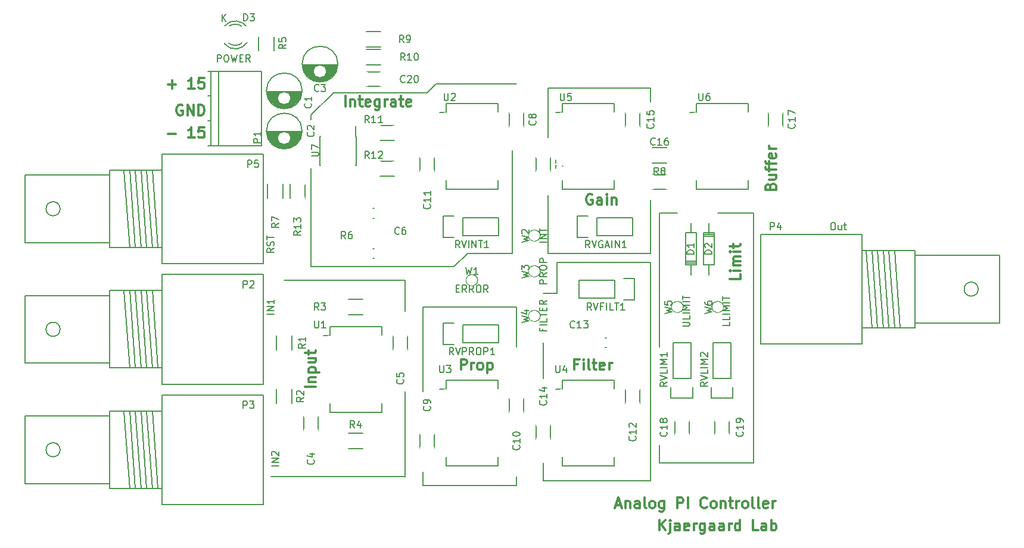
<source format=gto>
G04 #@! TF.FileFunction,Legend,Top*
%FSLAX46Y46*%
G04 Gerber Fmt 4.6, Leading zero omitted, Abs format (unit mm)*
G04 Created by KiCad (PCBNEW 4.0.1-stable) date 30/08/2016 2:09:59 p.m.*
%MOMM*%
G01*
G04 APERTURE LIST*
%ADD10C,0.100000*%
%ADD11C,0.300000*%
%ADD12C,0.200000*%
%ADD13C,0.150000*%
%ADD14R,2.127200X2.432000*%
%ADD15O,2.127200X2.432000*%
%ADD16C,3.900120*%
%ADD17O,5.401260X3.900120*%
%ADD18C,2.000200*%
%ADD19R,2.100000X2.400000*%
%ADD20R,1.700000X1.700000*%
%ADD21C,1.700000*%
%ADD22R,2.000000X2.400000*%
%ADD23R,2.400000X2.000000*%
%ADD24C,2.099260*%
%ADD25R,2.099260X2.099260*%
%ADD26R,2.400000X2.100000*%
%ADD27O,2.000000X2.000000*%
%ADD28C,1.543000*%
%ADD29R,2.432000X2.127200*%
%ADD30O,2.432000X2.127200*%
%ADD31R,2.398980X2.398980*%
%ADD32C,2.800000*%
%ADD33R,2.800000X2.800000*%
%ADD34R,2.400000X2.400000*%
%ADD35C,2.400000*%
%ADD36R,1.000000X1.950000*%
G04 APERTURE END LIST*
D10*
D11*
X26472143Y-14648571D02*
X26472143Y-13148571D01*
X27186429Y-13648571D02*
X27186429Y-14648571D01*
X27186429Y-13791429D02*
X27257857Y-13720000D01*
X27400715Y-13648571D01*
X27615000Y-13648571D01*
X27757857Y-13720000D01*
X27829286Y-13862857D01*
X27829286Y-14648571D01*
X28329286Y-13648571D02*
X28900715Y-13648571D01*
X28543572Y-13148571D02*
X28543572Y-14434286D01*
X28615000Y-14577143D01*
X28757858Y-14648571D01*
X28900715Y-14648571D01*
X29972143Y-14577143D02*
X29829286Y-14648571D01*
X29543572Y-14648571D01*
X29400715Y-14577143D01*
X29329286Y-14434286D01*
X29329286Y-13862857D01*
X29400715Y-13720000D01*
X29543572Y-13648571D01*
X29829286Y-13648571D01*
X29972143Y-13720000D01*
X30043572Y-13862857D01*
X30043572Y-14005714D01*
X29329286Y-14148571D01*
X31329286Y-13648571D02*
X31329286Y-14862857D01*
X31257857Y-15005714D01*
X31186429Y-15077143D01*
X31043572Y-15148571D01*
X30829286Y-15148571D01*
X30686429Y-15077143D01*
X31329286Y-14577143D02*
X31186429Y-14648571D01*
X30900715Y-14648571D01*
X30757857Y-14577143D01*
X30686429Y-14505714D01*
X30615000Y-14362857D01*
X30615000Y-13934286D01*
X30686429Y-13791429D01*
X30757857Y-13720000D01*
X30900715Y-13648571D01*
X31186429Y-13648571D01*
X31329286Y-13720000D01*
X32043572Y-14648571D02*
X32043572Y-13648571D01*
X32043572Y-13934286D02*
X32115000Y-13791429D01*
X32186429Y-13720000D01*
X32329286Y-13648571D01*
X32472143Y-13648571D01*
X33615000Y-14648571D02*
X33615000Y-13862857D01*
X33543571Y-13720000D01*
X33400714Y-13648571D01*
X33115000Y-13648571D01*
X32972143Y-13720000D01*
X33615000Y-14577143D02*
X33472143Y-14648571D01*
X33115000Y-14648571D01*
X32972143Y-14577143D01*
X32900714Y-14434286D01*
X32900714Y-14291429D01*
X32972143Y-14148571D01*
X33115000Y-14077143D01*
X33472143Y-14077143D01*
X33615000Y-14005714D01*
X34115000Y-13648571D02*
X34686429Y-13648571D01*
X34329286Y-13148571D02*
X34329286Y-14434286D01*
X34400714Y-14577143D01*
X34543572Y-14648571D01*
X34686429Y-14648571D01*
X35757857Y-14577143D02*
X35615000Y-14648571D01*
X35329286Y-14648571D01*
X35186429Y-14577143D01*
X35115000Y-14434286D01*
X35115000Y-13862857D01*
X35186429Y-13720000D01*
X35329286Y-13648571D01*
X35615000Y-13648571D01*
X35757857Y-13720000D01*
X35829286Y-13862857D01*
X35829286Y-14005714D01*
X35115000Y-14148571D01*
D12*
X21590000Y-37465000D02*
X22225000Y-37465000D01*
X21590000Y-23495000D02*
X21590000Y-37465000D01*
X21590000Y-15875000D02*
X21590000Y-16510000D01*
X24765000Y-12700000D02*
X21590000Y-15875000D01*
X26035000Y-12700000D02*
X24765000Y-12700000D01*
X38100000Y-12700000D02*
X26035000Y-12700000D01*
X39370000Y-11430000D02*
X38100000Y-12700000D01*
X50800000Y-11430000D02*
X39370000Y-11430000D01*
X50165000Y-35560000D02*
X50165000Y-20955000D01*
X49530000Y-35560000D02*
X50165000Y-35560000D01*
X43815000Y-35560000D02*
X49530000Y-35560000D01*
X41910000Y-37465000D02*
X43815000Y-35560000D01*
X22225000Y-37465000D02*
X41910000Y-37465000D01*
X34925000Y-39370000D02*
X34925000Y-43815000D01*
X34290000Y-39370000D02*
X34925000Y-39370000D01*
X34290000Y-39370000D02*
X17780000Y-39370000D01*
D11*
X86887857Y-26030714D02*
X86959286Y-25816428D01*
X87030714Y-25745000D01*
X87173571Y-25673571D01*
X87387857Y-25673571D01*
X87530714Y-25745000D01*
X87602143Y-25816428D01*
X87673571Y-25959286D01*
X87673571Y-26530714D01*
X86173571Y-26530714D01*
X86173571Y-26030714D01*
X86245000Y-25887857D01*
X86316429Y-25816428D01*
X86459286Y-25745000D01*
X86602143Y-25745000D01*
X86745000Y-25816428D01*
X86816429Y-25887857D01*
X86887857Y-26030714D01*
X86887857Y-26530714D01*
X86673571Y-24387857D02*
X87673571Y-24387857D01*
X86673571Y-25030714D02*
X87459286Y-25030714D01*
X87602143Y-24959286D01*
X87673571Y-24816428D01*
X87673571Y-24602143D01*
X87602143Y-24459286D01*
X87530714Y-24387857D01*
X86673571Y-23887857D02*
X86673571Y-23316428D01*
X87673571Y-23673571D02*
X86387857Y-23673571D01*
X86245000Y-23602143D01*
X86173571Y-23459285D01*
X86173571Y-23316428D01*
X86673571Y-23030714D02*
X86673571Y-22459285D01*
X87673571Y-22816428D02*
X86387857Y-22816428D01*
X86245000Y-22745000D01*
X86173571Y-22602142D01*
X86173571Y-22459285D01*
X87602143Y-21387857D02*
X87673571Y-21530714D01*
X87673571Y-21816428D01*
X87602143Y-21959285D01*
X87459286Y-22030714D01*
X86887857Y-22030714D01*
X86745000Y-21959285D01*
X86673571Y-21816428D01*
X86673571Y-21530714D01*
X86745000Y-21387857D01*
X86887857Y-21316428D01*
X87030714Y-21316428D01*
X87173571Y-22030714D01*
X87673571Y-20673571D02*
X86673571Y-20673571D01*
X86959286Y-20673571D02*
X86816429Y-20602143D01*
X86745000Y-20530714D01*
X86673571Y-20387857D01*
X86673571Y-20245000D01*
X61543571Y-27190000D02*
X61400714Y-27118571D01*
X61186428Y-27118571D01*
X60972143Y-27190000D01*
X60829285Y-27332857D01*
X60757857Y-27475714D01*
X60686428Y-27761429D01*
X60686428Y-27975714D01*
X60757857Y-28261429D01*
X60829285Y-28404286D01*
X60972143Y-28547143D01*
X61186428Y-28618571D01*
X61329285Y-28618571D01*
X61543571Y-28547143D01*
X61615000Y-28475714D01*
X61615000Y-27975714D01*
X61329285Y-27975714D01*
X62900714Y-28618571D02*
X62900714Y-27832857D01*
X62829285Y-27690000D01*
X62686428Y-27618571D01*
X62400714Y-27618571D01*
X62257857Y-27690000D01*
X62900714Y-28547143D02*
X62757857Y-28618571D01*
X62400714Y-28618571D01*
X62257857Y-28547143D01*
X62186428Y-28404286D01*
X62186428Y-28261429D01*
X62257857Y-28118571D01*
X62400714Y-28047143D01*
X62757857Y-28047143D01*
X62900714Y-27975714D01*
X63615000Y-28618571D02*
X63615000Y-27618571D01*
X63615000Y-27118571D02*
X63543571Y-27190000D01*
X63615000Y-27261429D01*
X63686428Y-27190000D01*
X63615000Y-27118571D01*
X63615000Y-27261429D01*
X64329286Y-27618571D02*
X64329286Y-28618571D01*
X64329286Y-27761429D02*
X64400714Y-27690000D01*
X64543572Y-27618571D01*
X64757857Y-27618571D01*
X64900714Y-27690000D01*
X64972143Y-27832857D01*
X64972143Y-28618571D01*
X42870715Y-52113571D02*
X42870715Y-50613571D01*
X43442143Y-50613571D01*
X43585001Y-50685000D01*
X43656429Y-50756429D01*
X43727858Y-50899286D01*
X43727858Y-51113571D01*
X43656429Y-51256429D01*
X43585001Y-51327857D01*
X43442143Y-51399286D01*
X42870715Y-51399286D01*
X44370715Y-52113571D02*
X44370715Y-51113571D01*
X44370715Y-51399286D02*
X44442143Y-51256429D01*
X44513572Y-51185000D01*
X44656429Y-51113571D01*
X44799286Y-51113571D01*
X45513572Y-52113571D02*
X45370714Y-52042143D01*
X45299286Y-51970714D01*
X45227857Y-51827857D01*
X45227857Y-51399286D01*
X45299286Y-51256429D01*
X45370714Y-51185000D01*
X45513572Y-51113571D01*
X45727857Y-51113571D01*
X45870714Y-51185000D01*
X45942143Y-51256429D01*
X46013572Y-51399286D01*
X46013572Y-51827857D01*
X45942143Y-51970714D01*
X45870714Y-52042143D01*
X45727857Y-52113571D01*
X45513572Y-52113571D01*
X46656429Y-51113571D02*
X46656429Y-52613571D01*
X46656429Y-51185000D02*
X46799286Y-51113571D01*
X47085000Y-51113571D01*
X47227857Y-51185000D01*
X47299286Y-51256429D01*
X47370715Y-51399286D01*
X47370715Y-51827857D01*
X47299286Y-51970714D01*
X47227857Y-52042143D01*
X47085000Y-52113571D01*
X46799286Y-52113571D01*
X46656429Y-52042143D01*
X59523572Y-51327857D02*
X59023572Y-51327857D01*
X59023572Y-52113571D02*
X59023572Y-50613571D01*
X59737858Y-50613571D01*
X60309286Y-52113571D02*
X60309286Y-51113571D01*
X60309286Y-50613571D02*
X60237857Y-50685000D01*
X60309286Y-50756429D01*
X60380714Y-50685000D01*
X60309286Y-50613571D01*
X60309286Y-50756429D01*
X61237858Y-52113571D02*
X61095000Y-52042143D01*
X61023572Y-51899286D01*
X61023572Y-50613571D01*
X61595000Y-51113571D02*
X62166429Y-51113571D01*
X61809286Y-50613571D02*
X61809286Y-51899286D01*
X61880714Y-52042143D01*
X62023572Y-52113571D01*
X62166429Y-52113571D01*
X63237857Y-52042143D02*
X63095000Y-52113571D01*
X62809286Y-52113571D01*
X62666429Y-52042143D01*
X62595000Y-51899286D01*
X62595000Y-51327857D01*
X62666429Y-51185000D01*
X62809286Y-51113571D01*
X63095000Y-51113571D01*
X63237857Y-51185000D01*
X63309286Y-51327857D01*
X63309286Y-51470714D01*
X62595000Y-51613571D01*
X63952143Y-52113571D02*
X63952143Y-51113571D01*
X63952143Y-51399286D02*
X64023571Y-51256429D01*
X64095000Y-51185000D01*
X64237857Y-51113571D01*
X64380714Y-51113571D01*
X82593571Y-38508571D02*
X82593571Y-39222857D01*
X81093571Y-39222857D01*
X82593571Y-38008571D02*
X81593571Y-38008571D01*
X81093571Y-38008571D02*
X81165000Y-38080000D01*
X81236429Y-38008571D01*
X81165000Y-37937143D01*
X81093571Y-38008571D01*
X81236429Y-38008571D01*
X82593571Y-37294285D02*
X81593571Y-37294285D01*
X81736429Y-37294285D02*
X81665000Y-37222857D01*
X81593571Y-37079999D01*
X81593571Y-36865714D01*
X81665000Y-36722857D01*
X81807857Y-36651428D01*
X82593571Y-36651428D01*
X81807857Y-36651428D02*
X81665000Y-36579999D01*
X81593571Y-36437142D01*
X81593571Y-36222857D01*
X81665000Y-36079999D01*
X81807857Y-36008571D01*
X82593571Y-36008571D01*
X82593571Y-35294285D02*
X81593571Y-35294285D01*
X81093571Y-35294285D02*
X81165000Y-35365714D01*
X81236429Y-35294285D01*
X81165000Y-35222857D01*
X81093571Y-35294285D01*
X81236429Y-35294285D01*
X81593571Y-34794285D02*
X81593571Y-34222856D01*
X81093571Y-34579999D02*
X82379286Y-34579999D01*
X82522143Y-34508571D01*
X82593571Y-34365713D01*
X82593571Y-34222856D01*
D12*
X69850000Y-12065000D02*
X69850000Y-13970000D01*
X55245000Y-12065000D02*
X69850000Y-12065000D01*
X55245000Y-19050000D02*
X55245000Y-12065000D01*
X55245000Y-35560000D02*
X55245000Y-27305000D01*
X69850000Y-35560000D02*
X55245000Y-35560000D01*
X69850000Y-27940000D02*
X69850000Y-35560000D01*
X73660000Y-29845000D02*
X71120000Y-29845000D01*
X84455000Y-29845000D02*
X79375000Y-29845000D01*
X84455000Y-65405000D02*
X84455000Y-29845000D01*
X71120000Y-65405000D02*
X84455000Y-65405000D01*
X71120000Y-62865000D02*
X71120000Y-65405000D01*
X71120000Y-29845000D02*
X71120000Y-48895000D01*
X56515000Y-41275000D02*
X54610000Y-41275000D01*
X56515000Y-36830000D02*
X56515000Y-41275000D01*
X69850000Y-36830000D02*
X56515000Y-36830000D01*
X69850000Y-67945000D02*
X69850000Y-36830000D01*
X54610000Y-67945000D02*
X69850000Y-67945000D01*
X54610000Y-65405000D02*
X54610000Y-67945000D01*
X54610000Y-48260000D02*
X54610000Y-53340000D01*
X50800000Y-68580000D02*
X50800000Y-67310000D01*
X37465000Y-68580000D02*
X50800000Y-68580000D01*
X37465000Y-66675000D02*
X37465000Y-68580000D01*
X37465000Y-43180000D02*
X37465000Y-55245000D01*
X50800000Y-43180000D02*
X50800000Y-48895000D01*
X37465000Y-43180000D02*
X50800000Y-43180000D01*
X34925000Y-67310000D02*
X34925000Y-55245000D01*
X15875000Y-67310000D02*
X34925000Y-67310000D01*
D11*
X22268571Y-54534286D02*
X20768571Y-54534286D01*
X21268571Y-53820000D02*
X22268571Y-53820000D01*
X21411429Y-53820000D02*
X21340000Y-53748572D01*
X21268571Y-53605714D01*
X21268571Y-53391429D01*
X21340000Y-53248572D01*
X21482857Y-53177143D01*
X22268571Y-53177143D01*
X21268571Y-52462857D02*
X22768571Y-52462857D01*
X21340000Y-52462857D02*
X21268571Y-52320000D01*
X21268571Y-52034286D01*
X21340000Y-51891429D01*
X21411429Y-51820000D01*
X21554286Y-51748571D01*
X21982857Y-51748571D01*
X22125714Y-51820000D01*
X22197143Y-51891429D01*
X22268571Y-52034286D01*
X22268571Y-52320000D01*
X22197143Y-52462857D01*
X21268571Y-50462857D02*
X22268571Y-50462857D01*
X21268571Y-51105714D02*
X22054286Y-51105714D01*
X22197143Y-51034286D01*
X22268571Y-50891428D01*
X22268571Y-50677143D01*
X22197143Y-50534286D01*
X22125714Y-50462857D01*
X21268571Y-49962857D02*
X21268571Y-49391428D01*
X20768571Y-49748571D02*
X22054286Y-49748571D01*
X22197143Y-49677143D01*
X22268571Y-49534285D01*
X22268571Y-49391428D01*
X3302143Y-14490000D02*
X3159286Y-14418571D01*
X2945000Y-14418571D01*
X2730715Y-14490000D01*
X2587857Y-14632857D01*
X2516429Y-14775714D01*
X2445000Y-15061429D01*
X2445000Y-15275714D01*
X2516429Y-15561429D01*
X2587857Y-15704286D01*
X2730715Y-15847143D01*
X2945000Y-15918571D01*
X3087857Y-15918571D01*
X3302143Y-15847143D01*
X3373572Y-15775714D01*
X3373572Y-15275714D01*
X3087857Y-15275714D01*
X4016429Y-15918571D02*
X4016429Y-14418571D01*
X4873572Y-15918571D01*
X4873572Y-14418571D01*
X5587858Y-15918571D02*
X5587858Y-14418571D01*
X5945001Y-14418571D01*
X6159286Y-14490000D01*
X6302144Y-14632857D01*
X6373572Y-14775714D01*
X6445001Y-15061429D01*
X6445001Y-15275714D01*
X6373572Y-15561429D01*
X6302144Y-15704286D01*
X6159286Y-15847143D01*
X5945001Y-15918571D01*
X5587858Y-15918571D01*
X1238572Y-18522143D02*
X2381429Y-18522143D01*
X5024286Y-19093571D02*
X4167143Y-19093571D01*
X4595715Y-19093571D02*
X4595715Y-17593571D01*
X4452858Y-17807857D01*
X4310000Y-17950714D01*
X4167143Y-18022143D01*
X6381429Y-17593571D02*
X5667143Y-17593571D01*
X5595714Y-18307857D01*
X5667143Y-18236429D01*
X5810000Y-18165000D01*
X6167143Y-18165000D01*
X6310000Y-18236429D01*
X6381429Y-18307857D01*
X6452857Y-18450714D01*
X6452857Y-18807857D01*
X6381429Y-18950714D01*
X6310000Y-19022143D01*
X6167143Y-19093571D01*
X5810000Y-19093571D01*
X5667143Y-19022143D01*
X5595714Y-18950714D01*
X1238572Y-11537143D02*
X2381429Y-11537143D01*
X1810000Y-12108571D02*
X1810000Y-10965714D01*
X5024286Y-12108571D02*
X4167143Y-12108571D01*
X4595715Y-12108571D02*
X4595715Y-10608571D01*
X4452858Y-10822857D01*
X4310000Y-10965714D01*
X4167143Y-11037143D01*
X6381429Y-10608571D02*
X5667143Y-10608571D01*
X5595714Y-11322857D01*
X5667143Y-11251429D01*
X5810000Y-11180000D01*
X6167143Y-11180000D01*
X6310000Y-11251429D01*
X6381429Y-11322857D01*
X6452857Y-11465714D01*
X6452857Y-11822857D01*
X6381429Y-11965714D01*
X6310000Y-12037143D01*
X6167143Y-12108571D01*
X5810000Y-12108571D01*
X5667143Y-12037143D01*
X5595714Y-11965714D01*
X71125000Y-74973571D02*
X71125000Y-73473571D01*
X71982143Y-74973571D02*
X71339286Y-74116429D01*
X71982143Y-73473571D02*
X71125000Y-74330714D01*
X72625000Y-73973571D02*
X72625000Y-75259286D01*
X72553571Y-75402143D01*
X72410714Y-75473571D01*
X72339286Y-75473571D01*
X72625000Y-73473571D02*
X72553571Y-73545000D01*
X72625000Y-73616429D01*
X72696428Y-73545000D01*
X72625000Y-73473571D01*
X72625000Y-73616429D01*
X73982143Y-74973571D02*
X73982143Y-74187857D01*
X73910714Y-74045000D01*
X73767857Y-73973571D01*
X73482143Y-73973571D01*
X73339286Y-74045000D01*
X73982143Y-74902143D02*
X73839286Y-74973571D01*
X73482143Y-74973571D01*
X73339286Y-74902143D01*
X73267857Y-74759286D01*
X73267857Y-74616429D01*
X73339286Y-74473571D01*
X73482143Y-74402143D01*
X73839286Y-74402143D01*
X73982143Y-74330714D01*
X75267857Y-74902143D02*
X75125000Y-74973571D01*
X74839286Y-74973571D01*
X74696429Y-74902143D01*
X74625000Y-74759286D01*
X74625000Y-74187857D01*
X74696429Y-74045000D01*
X74839286Y-73973571D01*
X75125000Y-73973571D01*
X75267857Y-74045000D01*
X75339286Y-74187857D01*
X75339286Y-74330714D01*
X74625000Y-74473571D01*
X75982143Y-74973571D02*
X75982143Y-73973571D01*
X75982143Y-74259286D02*
X76053571Y-74116429D01*
X76125000Y-74045000D01*
X76267857Y-73973571D01*
X76410714Y-73973571D01*
X77553571Y-73973571D02*
X77553571Y-75187857D01*
X77482142Y-75330714D01*
X77410714Y-75402143D01*
X77267857Y-75473571D01*
X77053571Y-75473571D01*
X76910714Y-75402143D01*
X77553571Y-74902143D02*
X77410714Y-74973571D01*
X77125000Y-74973571D01*
X76982142Y-74902143D01*
X76910714Y-74830714D01*
X76839285Y-74687857D01*
X76839285Y-74259286D01*
X76910714Y-74116429D01*
X76982142Y-74045000D01*
X77125000Y-73973571D01*
X77410714Y-73973571D01*
X77553571Y-74045000D01*
X78910714Y-74973571D02*
X78910714Y-74187857D01*
X78839285Y-74045000D01*
X78696428Y-73973571D01*
X78410714Y-73973571D01*
X78267857Y-74045000D01*
X78910714Y-74902143D02*
X78767857Y-74973571D01*
X78410714Y-74973571D01*
X78267857Y-74902143D01*
X78196428Y-74759286D01*
X78196428Y-74616429D01*
X78267857Y-74473571D01*
X78410714Y-74402143D01*
X78767857Y-74402143D01*
X78910714Y-74330714D01*
X80267857Y-74973571D02*
X80267857Y-74187857D01*
X80196428Y-74045000D01*
X80053571Y-73973571D01*
X79767857Y-73973571D01*
X79625000Y-74045000D01*
X80267857Y-74902143D02*
X80125000Y-74973571D01*
X79767857Y-74973571D01*
X79625000Y-74902143D01*
X79553571Y-74759286D01*
X79553571Y-74616429D01*
X79625000Y-74473571D01*
X79767857Y-74402143D01*
X80125000Y-74402143D01*
X80267857Y-74330714D01*
X80982143Y-74973571D02*
X80982143Y-73973571D01*
X80982143Y-74259286D02*
X81053571Y-74116429D01*
X81125000Y-74045000D01*
X81267857Y-73973571D01*
X81410714Y-73973571D01*
X82553571Y-74973571D02*
X82553571Y-73473571D01*
X82553571Y-74902143D02*
X82410714Y-74973571D01*
X82125000Y-74973571D01*
X81982142Y-74902143D01*
X81910714Y-74830714D01*
X81839285Y-74687857D01*
X81839285Y-74259286D01*
X81910714Y-74116429D01*
X81982142Y-74045000D01*
X82125000Y-73973571D01*
X82410714Y-73973571D01*
X82553571Y-74045000D01*
X85125000Y-74973571D02*
X84410714Y-74973571D01*
X84410714Y-73473571D01*
X86267857Y-74973571D02*
X86267857Y-74187857D01*
X86196428Y-74045000D01*
X86053571Y-73973571D01*
X85767857Y-73973571D01*
X85625000Y-74045000D01*
X86267857Y-74902143D02*
X86125000Y-74973571D01*
X85767857Y-74973571D01*
X85625000Y-74902143D01*
X85553571Y-74759286D01*
X85553571Y-74616429D01*
X85625000Y-74473571D01*
X85767857Y-74402143D01*
X86125000Y-74402143D01*
X86267857Y-74330714D01*
X86982143Y-74973571D02*
X86982143Y-73473571D01*
X86982143Y-74045000D02*
X87125000Y-73973571D01*
X87410714Y-73973571D01*
X87553571Y-74045000D01*
X87625000Y-74116429D01*
X87696429Y-74259286D01*
X87696429Y-74687857D01*
X87625000Y-74830714D01*
X87553571Y-74902143D01*
X87410714Y-74973571D01*
X87125000Y-74973571D01*
X86982143Y-74902143D01*
X64914286Y-71370000D02*
X65628572Y-71370000D01*
X64771429Y-71798571D02*
X65271429Y-70298571D01*
X65771429Y-71798571D01*
X66271429Y-70798571D02*
X66271429Y-71798571D01*
X66271429Y-70941429D02*
X66342857Y-70870000D01*
X66485715Y-70798571D01*
X66700000Y-70798571D01*
X66842857Y-70870000D01*
X66914286Y-71012857D01*
X66914286Y-71798571D01*
X68271429Y-71798571D02*
X68271429Y-71012857D01*
X68200000Y-70870000D01*
X68057143Y-70798571D01*
X67771429Y-70798571D01*
X67628572Y-70870000D01*
X68271429Y-71727143D02*
X68128572Y-71798571D01*
X67771429Y-71798571D01*
X67628572Y-71727143D01*
X67557143Y-71584286D01*
X67557143Y-71441429D01*
X67628572Y-71298571D01*
X67771429Y-71227143D01*
X68128572Y-71227143D01*
X68271429Y-71155714D01*
X69200001Y-71798571D02*
X69057143Y-71727143D01*
X68985715Y-71584286D01*
X68985715Y-70298571D01*
X69985715Y-71798571D02*
X69842857Y-71727143D01*
X69771429Y-71655714D01*
X69700000Y-71512857D01*
X69700000Y-71084286D01*
X69771429Y-70941429D01*
X69842857Y-70870000D01*
X69985715Y-70798571D01*
X70200000Y-70798571D01*
X70342857Y-70870000D01*
X70414286Y-70941429D01*
X70485715Y-71084286D01*
X70485715Y-71512857D01*
X70414286Y-71655714D01*
X70342857Y-71727143D01*
X70200000Y-71798571D01*
X69985715Y-71798571D01*
X71771429Y-70798571D02*
X71771429Y-72012857D01*
X71700000Y-72155714D01*
X71628572Y-72227143D01*
X71485715Y-72298571D01*
X71271429Y-72298571D01*
X71128572Y-72227143D01*
X71771429Y-71727143D02*
X71628572Y-71798571D01*
X71342858Y-71798571D01*
X71200000Y-71727143D01*
X71128572Y-71655714D01*
X71057143Y-71512857D01*
X71057143Y-71084286D01*
X71128572Y-70941429D01*
X71200000Y-70870000D01*
X71342858Y-70798571D01*
X71628572Y-70798571D01*
X71771429Y-70870000D01*
X73628572Y-71798571D02*
X73628572Y-70298571D01*
X74200000Y-70298571D01*
X74342858Y-70370000D01*
X74414286Y-70441429D01*
X74485715Y-70584286D01*
X74485715Y-70798571D01*
X74414286Y-70941429D01*
X74342858Y-71012857D01*
X74200000Y-71084286D01*
X73628572Y-71084286D01*
X75128572Y-71798571D02*
X75128572Y-70298571D01*
X77842858Y-71655714D02*
X77771429Y-71727143D01*
X77557143Y-71798571D01*
X77414286Y-71798571D01*
X77200001Y-71727143D01*
X77057143Y-71584286D01*
X76985715Y-71441429D01*
X76914286Y-71155714D01*
X76914286Y-70941429D01*
X76985715Y-70655714D01*
X77057143Y-70512857D01*
X77200001Y-70370000D01*
X77414286Y-70298571D01*
X77557143Y-70298571D01*
X77771429Y-70370000D01*
X77842858Y-70441429D01*
X78700001Y-71798571D02*
X78557143Y-71727143D01*
X78485715Y-71655714D01*
X78414286Y-71512857D01*
X78414286Y-71084286D01*
X78485715Y-70941429D01*
X78557143Y-70870000D01*
X78700001Y-70798571D01*
X78914286Y-70798571D01*
X79057143Y-70870000D01*
X79128572Y-70941429D01*
X79200001Y-71084286D01*
X79200001Y-71512857D01*
X79128572Y-71655714D01*
X79057143Y-71727143D01*
X78914286Y-71798571D01*
X78700001Y-71798571D01*
X79842858Y-70798571D02*
X79842858Y-71798571D01*
X79842858Y-70941429D02*
X79914286Y-70870000D01*
X80057144Y-70798571D01*
X80271429Y-70798571D01*
X80414286Y-70870000D01*
X80485715Y-71012857D01*
X80485715Y-71798571D01*
X80985715Y-70798571D02*
X81557144Y-70798571D01*
X81200001Y-70298571D02*
X81200001Y-71584286D01*
X81271429Y-71727143D01*
X81414287Y-71798571D01*
X81557144Y-71798571D01*
X82057144Y-71798571D02*
X82057144Y-70798571D01*
X82057144Y-71084286D02*
X82128572Y-70941429D01*
X82200001Y-70870000D01*
X82342858Y-70798571D01*
X82485715Y-70798571D01*
X83200001Y-71798571D02*
X83057143Y-71727143D01*
X82985715Y-71655714D01*
X82914286Y-71512857D01*
X82914286Y-71084286D01*
X82985715Y-70941429D01*
X83057143Y-70870000D01*
X83200001Y-70798571D01*
X83414286Y-70798571D01*
X83557143Y-70870000D01*
X83628572Y-70941429D01*
X83700001Y-71084286D01*
X83700001Y-71512857D01*
X83628572Y-71655714D01*
X83557143Y-71727143D01*
X83414286Y-71798571D01*
X83200001Y-71798571D01*
X84557144Y-71798571D02*
X84414286Y-71727143D01*
X84342858Y-71584286D01*
X84342858Y-70298571D01*
X85342858Y-71798571D02*
X85200000Y-71727143D01*
X85128572Y-71584286D01*
X85128572Y-70298571D01*
X86485714Y-71727143D02*
X86342857Y-71798571D01*
X86057143Y-71798571D01*
X85914286Y-71727143D01*
X85842857Y-71584286D01*
X85842857Y-71012857D01*
X85914286Y-70870000D01*
X86057143Y-70798571D01*
X86342857Y-70798571D01*
X86485714Y-70870000D01*
X86557143Y-71012857D01*
X86557143Y-71155714D01*
X85842857Y-71298571D01*
X87200000Y-71798571D02*
X87200000Y-70798571D01*
X87200000Y-71084286D02*
X87271428Y-70941429D01*
X87342857Y-70870000D01*
X87485714Y-70798571D01*
X87628571Y-70798571D01*
D13*
X43180000Y-33020000D02*
X48260000Y-33020000D01*
X48260000Y-33020000D02*
X48260000Y-30480000D01*
X48260000Y-30480000D02*
X43180000Y-30480000D01*
X40360000Y-30200000D02*
X41910000Y-30200000D01*
X43180000Y-30480000D02*
X43180000Y-33020000D01*
X41910000Y-33300000D02*
X40360000Y-33300000D01*
X40360000Y-33300000D02*
X40360000Y-30200000D01*
X-4180840Y-34709100D02*
X-4980940Y-23710900D01*
X-3380740Y-34709100D02*
X-4180840Y-23710900D01*
X-2580640Y-34709100D02*
X-3380740Y-23710900D01*
X-1780540Y-34709100D02*
X-2580640Y-23710900D01*
X-980440Y-34709100D02*
X-1780540Y-23710900D01*
X-180340Y-34709100D02*
X-980440Y-23710900D01*
X-14079220Y-29210000D02*
G75*
G03X-14079220Y-29210000I-1000760J0D01*
G01*
X-7078980Y-24409400D02*
X-19080480Y-24409400D01*
X-19080480Y-24409400D02*
X-19080480Y-34010600D01*
X-19080480Y-34010600D02*
X-7078980Y-34010600D01*
X419100Y-23710900D02*
X-7078980Y-23710900D01*
X-7078980Y-23710900D02*
X-7078980Y-34709100D01*
X-7078980Y-34709100D02*
X419100Y-34709100D01*
X14820900Y-37010340D02*
X14820900Y-21409660D01*
X14820900Y-21409660D02*
X419100Y-21409660D01*
X419100Y-21409660D02*
X419100Y-37010340D01*
X419100Y-37010340D02*
X14820900Y-37010340D01*
X18855000Y-47260000D02*
X18855000Y-49260000D01*
X16705000Y-49260000D02*
X16705000Y-47260000D01*
X20279000Y-12505000D02*
X15281000Y-12505000D01*
X20271000Y-12645000D02*
X17934000Y-12645000D01*
X17626000Y-12645000D02*
X15289000Y-12645000D01*
X20255000Y-12785000D02*
X18253000Y-12785000D01*
X17307000Y-12785000D02*
X15305000Y-12785000D01*
X20231000Y-12925000D02*
X18400000Y-12925000D01*
X17160000Y-12925000D02*
X15329000Y-12925000D01*
X20198000Y-13065000D02*
X18492000Y-13065000D01*
X17068000Y-13065000D02*
X15362000Y-13065000D01*
X20157000Y-13205000D02*
X18548000Y-13205000D01*
X17012000Y-13205000D02*
X15403000Y-13205000D01*
X20107000Y-13345000D02*
X18575000Y-13345000D01*
X16985000Y-13345000D02*
X15453000Y-13345000D01*
X20046000Y-13485000D02*
X18578000Y-13485000D01*
X16982000Y-13485000D02*
X15514000Y-13485000D01*
X19976000Y-13625000D02*
X18556000Y-13625000D01*
X17004000Y-13625000D02*
X15584000Y-13625000D01*
X19894000Y-13765000D02*
X18506000Y-13765000D01*
X17054000Y-13765000D02*
X15666000Y-13765000D01*
X19799000Y-13905000D02*
X18424000Y-13905000D01*
X17136000Y-13905000D02*
X15761000Y-13905000D01*
X19688000Y-14045000D02*
X18292000Y-14045000D01*
X17268000Y-14045000D02*
X15872000Y-14045000D01*
X19560000Y-14185000D02*
X18045000Y-14185000D01*
X17515000Y-14185000D02*
X16000000Y-14185000D01*
X19411000Y-14325000D02*
X16149000Y-14325000D01*
X19232000Y-14465000D02*
X16328000Y-14465000D01*
X19013000Y-14605000D02*
X16547000Y-14605000D01*
X18724000Y-14745000D02*
X16836000Y-14745000D01*
X18252000Y-14885000D02*
X17308000Y-14885000D01*
X18580000Y-13430000D02*
G75*
G03X18580000Y-13430000I-800000J0D01*
G01*
X20317500Y-12430000D02*
G75*
G03X20317500Y-12430000I-2537500J0D01*
G01*
X20279000Y-18220000D02*
X15281000Y-18220000D01*
X20271000Y-18360000D02*
X17934000Y-18360000D01*
X17626000Y-18360000D02*
X15289000Y-18360000D01*
X20255000Y-18500000D02*
X18253000Y-18500000D01*
X17307000Y-18500000D02*
X15305000Y-18500000D01*
X20231000Y-18640000D02*
X18400000Y-18640000D01*
X17160000Y-18640000D02*
X15329000Y-18640000D01*
X20198000Y-18780000D02*
X18492000Y-18780000D01*
X17068000Y-18780000D02*
X15362000Y-18780000D01*
X20157000Y-18920000D02*
X18548000Y-18920000D01*
X17012000Y-18920000D02*
X15403000Y-18920000D01*
X20107000Y-19060000D02*
X18575000Y-19060000D01*
X16985000Y-19060000D02*
X15453000Y-19060000D01*
X20046000Y-19200000D02*
X18578000Y-19200000D01*
X16982000Y-19200000D02*
X15514000Y-19200000D01*
X19976000Y-19340000D02*
X18556000Y-19340000D01*
X17004000Y-19340000D02*
X15584000Y-19340000D01*
X19894000Y-19480000D02*
X18506000Y-19480000D01*
X17054000Y-19480000D02*
X15666000Y-19480000D01*
X19799000Y-19620000D02*
X18424000Y-19620000D01*
X17136000Y-19620000D02*
X15761000Y-19620000D01*
X19688000Y-19760000D02*
X18292000Y-19760000D01*
X17268000Y-19760000D02*
X15872000Y-19760000D01*
X19560000Y-19900000D02*
X18045000Y-19900000D01*
X17515000Y-19900000D02*
X16000000Y-19900000D01*
X19411000Y-20040000D02*
X16149000Y-20040000D01*
X19232000Y-20180000D02*
X16328000Y-20180000D01*
X19013000Y-20320000D02*
X16547000Y-20320000D01*
X18724000Y-20460000D02*
X16836000Y-20460000D01*
X18252000Y-20600000D02*
X17308000Y-20600000D01*
X18580000Y-19145000D02*
G75*
G03X18580000Y-19145000I-800000J0D01*
G01*
X20317500Y-18145000D02*
G75*
G03X20317500Y-18145000I-2537500J0D01*
G01*
X25359000Y-8695000D02*
X20361000Y-8695000D01*
X25351000Y-8835000D02*
X23014000Y-8835000D01*
X22706000Y-8835000D02*
X20369000Y-8835000D01*
X25335000Y-8975000D02*
X23333000Y-8975000D01*
X22387000Y-8975000D02*
X20385000Y-8975000D01*
X25311000Y-9115000D02*
X23480000Y-9115000D01*
X22240000Y-9115000D02*
X20409000Y-9115000D01*
X25278000Y-9255000D02*
X23572000Y-9255000D01*
X22148000Y-9255000D02*
X20442000Y-9255000D01*
X25237000Y-9395000D02*
X23628000Y-9395000D01*
X22092000Y-9395000D02*
X20483000Y-9395000D01*
X25187000Y-9535000D02*
X23655000Y-9535000D01*
X22065000Y-9535000D02*
X20533000Y-9535000D01*
X25126000Y-9675000D02*
X23658000Y-9675000D01*
X22062000Y-9675000D02*
X20594000Y-9675000D01*
X25056000Y-9815000D02*
X23636000Y-9815000D01*
X22084000Y-9815000D02*
X20664000Y-9815000D01*
X24974000Y-9955000D02*
X23586000Y-9955000D01*
X22134000Y-9955000D02*
X20746000Y-9955000D01*
X24879000Y-10095000D02*
X23504000Y-10095000D01*
X22216000Y-10095000D02*
X20841000Y-10095000D01*
X24768000Y-10235000D02*
X23372000Y-10235000D01*
X22348000Y-10235000D02*
X20952000Y-10235000D01*
X24640000Y-10375000D02*
X23125000Y-10375000D01*
X22595000Y-10375000D02*
X21080000Y-10375000D01*
X24491000Y-10515000D02*
X21229000Y-10515000D01*
X24312000Y-10655000D02*
X21408000Y-10655000D01*
X24093000Y-10795000D02*
X21627000Y-10795000D01*
X23804000Y-10935000D02*
X21916000Y-10935000D01*
X23332000Y-11075000D02*
X22388000Y-11075000D01*
X23660000Y-9620000D02*
G75*
G03X23660000Y-9620000I-800000J0D01*
G01*
X25397500Y-8620000D02*
G75*
G03X25397500Y-8620000I-2537500J0D01*
G01*
X20565000Y-58690000D02*
X20565000Y-60690000D01*
X22615000Y-60690000D02*
X22615000Y-58690000D01*
X35315000Y-49260000D02*
X35315000Y-47260000D01*
X33265000Y-47260000D02*
X33265000Y-49260000D01*
X55635000Y-23860000D02*
X55635000Y-21860000D01*
X53585000Y-21860000D02*
X53585000Y-23860000D01*
X51825000Y-17510000D02*
X51825000Y-15510000D01*
X49775000Y-15510000D02*
X49775000Y-17510000D01*
X39125000Y-63230000D02*
X39125000Y-61230000D01*
X37075000Y-61230000D02*
X37075000Y-63230000D01*
X51825000Y-58150000D02*
X51825000Y-56150000D01*
X49775000Y-56150000D02*
X49775000Y-58150000D01*
X39125000Y-23860000D02*
X39125000Y-21860000D01*
X37075000Y-21860000D02*
X37075000Y-23860000D01*
X68335000Y-56880000D02*
X68335000Y-54880000D01*
X66285000Y-54880000D02*
X66285000Y-56880000D01*
X55635000Y-61960000D02*
X55635000Y-59960000D01*
X53585000Y-59960000D02*
X53585000Y-61960000D01*
X68335000Y-17510000D02*
X68335000Y-15510000D01*
X66285000Y-15510000D02*
X66285000Y-17510000D01*
X72120000Y-24375000D02*
X70120000Y-24375000D01*
X70120000Y-26425000D02*
X72120000Y-26425000D01*
X88655000Y-17510000D02*
X88655000Y-15510000D01*
X86605000Y-15510000D02*
X86605000Y-17510000D01*
X78107540Y-37211520D02*
X78107540Y-38608520D01*
X78107540Y-32766520D02*
X78107540Y-31242520D01*
X78869540Y-33147520D02*
X77345540Y-33147520D01*
X78869540Y-32893520D02*
X77345540Y-32893520D01*
X78107540Y-32639520D02*
X77345540Y-32639520D01*
X77345540Y-32639520D02*
X77345540Y-37211520D01*
X77345540Y-37211520D02*
X78869540Y-37211520D01*
X78869540Y-37211520D02*
X78869540Y-32639520D01*
X78869540Y-32639520D02*
X78107540Y-32639520D01*
X16705000Y-56880000D02*
X16705000Y-54880000D01*
X18855000Y-54880000D02*
X18855000Y-56880000D01*
X26940000Y-42105000D02*
X28940000Y-42105000D01*
X28940000Y-44255000D02*
X26940000Y-44255000D01*
X28940000Y-63305000D02*
X26940000Y-63305000D01*
X26940000Y-61155000D02*
X28940000Y-61155000D01*
X16315000Y-4715000D02*
X16315000Y-6715000D01*
X14165000Y-6715000D02*
X14165000Y-4715000D01*
X70120000Y-20515000D02*
X72120000Y-20515000D01*
X72120000Y-22665000D02*
X70120000Y-22665000D01*
X24265000Y-45965000D02*
X24265000Y-47235000D01*
X31615000Y-45965000D02*
X31615000Y-47235000D01*
X31615000Y-58175000D02*
X31615000Y-56905000D01*
X24265000Y-58175000D02*
X24265000Y-56905000D01*
X24265000Y-45965000D02*
X31615000Y-45965000D01*
X24265000Y-58175000D02*
X31615000Y-58175000D01*
X24265000Y-47235000D02*
X23330000Y-47235000D01*
X40775000Y-14215000D02*
X40775000Y-15485000D01*
X48125000Y-14215000D02*
X48125000Y-15485000D01*
X48125000Y-26425000D02*
X48125000Y-25155000D01*
X40775000Y-26425000D02*
X40775000Y-25155000D01*
X40775000Y-14215000D02*
X48125000Y-14215000D01*
X40775000Y-26425000D02*
X48125000Y-26425000D01*
X40775000Y-15485000D02*
X39840000Y-15485000D01*
X40775000Y-53585000D02*
X40775000Y-54855000D01*
X48125000Y-53585000D02*
X48125000Y-54855000D01*
X48125000Y-65795000D02*
X48125000Y-64525000D01*
X40775000Y-65795000D02*
X40775000Y-64525000D01*
X40775000Y-53585000D02*
X48125000Y-53585000D01*
X40775000Y-65795000D02*
X48125000Y-65795000D01*
X40775000Y-54855000D02*
X39840000Y-54855000D01*
X57285000Y-53585000D02*
X57285000Y-54855000D01*
X64635000Y-53585000D02*
X64635000Y-54855000D01*
X64635000Y-65795000D02*
X64635000Y-64525000D01*
X57285000Y-65795000D02*
X57285000Y-64525000D01*
X57285000Y-53585000D02*
X64635000Y-53585000D01*
X57285000Y-65795000D02*
X64635000Y-65795000D01*
X57285000Y-54855000D02*
X56350000Y-54855000D01*
X57285000Y-14215000D02*
X57285000Y-15485000D01*
X64635000Y-14215000D02*
X64635000Y-15485000D01*
X64635000Y-26425000D02*
X64635000Y-25155000D01*
X57285000Y-26425000D02*
X57285000Y-25155000D01*
X57285000Y-14215000D02*
X64635000Y-14215000D01*
X57285000Y-26425000D02*
X64635000Y-26425000D01*
X57285000Y-15485000D02*
X56350000Y-15485000D01*
X76335000Y-14215000D02*
X76335000Y-15485000D01*
X83685000Y-14215000D02*
X83685000Y-15485000D01*
X83685000Y-26425000D02*
X83685000Y-25155000D01*
X76335000Y-26425000D02*
X76335000Y-25155000D01*
X76335000Y-14215000D02*
X83685000Y-14215000D01*
X76335000Y-26425000D02*
X83685000Y-26425000D01*
X76335000Y-15485000D02*
X75400000Y-15485000D01*
X45253219Y-39370000D02*
G75*
G03X45253219Y-39370000I-803219J0D01*
G01*
X54143219Y-33020000D02*
G75*
G03X54143219Y-33020000I-803219J0D01*
G01*
X54143219Y-38100000D02*
G75*
G03X54143219Y-38100000I-803219J0D01*
G01*
X54143219Y-44450000D02*
G75*
G03X54143219Y-44450000I-803219J0D01*
G01*
X74463219Y-43180000D02*
G75*
G03X74463219Y-43180000I-803219J0D01*
G01*
X73270000Y-59325000D02*
X73270000Y-61325000D01*
X75320000Y-61325000D02*
X75320000Y-59325000D01*
X64770000Y-39370000D02*
X59690000Y-39370000D01*
X59690000Y-39370000D02*
X59690000Y-41910000D01*
X59690000Y-41910000D02*
X64770000Y-41910000D01*
X67590000Y-42190000D02*
X66040000Y-42190000D01*
X64770000Y-41910000D02*
X64770000Y-39370000D01*
X66040000Y-39090000D02*
X67590000Y-39090000D01*
X67590000Y-39090000D02*
X67590000Y-42190000D01*
X62230000Y-33020000D02*
X67310000Y-33020000D01*
X67310000Y-33020000D02*
X67310000Y-30480000D01*
X67310000Y-30480000D02*
X62230000Y-30480000D01*
X59410000Y-30200000D02*
X60960000Y-30200000D01*
X62230000Y-30480000D02*
X62230000Y-33020000D01*
X60960000Y-33300000D02*
X59410000Y-33300000D01*
X59410000Y-33300000D02*
X59410000Y-30200000D01*
X75565000Y-53340000D02*
X75565000Y-48260000D01*
X75565000Y-48260000D02*
X73025000Y-48260000D01*
X73025000Y-48260000D02*
X73025000Y-53340000D01*
X72745000Y-56160000D02*
X72745000Y-54610000D01*
X73025000Y-53340000D02*
X75565000Y-53340000D01*
X75845000Y-54610000D02*
X75845000Y-56160000D01*
X75845000Y-56160000D02*
X72745000Y-56160000D01*
X43180000Y-48260000D02*
X48260000Y-48260000D01*
X48260000Y-48260000D02*
X48260000Y-45720000D01*
X48260000Y-45720000D02*
X43180000Y-45720000D01*
X40360000Y-45440000D02*
X41910000Y-45440000D01*
X43180000Y-45720000D02*
X43180000Y-48260000D01*
X41910000Y-48540000D02*
X40360000Y-48540000D01*
X40360000Y-48540000D02*
X40360000Y-45440000D01*
X30480000Y-30546040D02*
X30579060Y-30546040D01*
X30579060Y-30546040D02*
X30480000Y-30546040D01*
X30480000Y-30546040D02*
X30380940Y-30546040D01*
X30480000Y-29143960D02*
X30380940Y-29143960D01*
X30480000Y-29143960D02*
X30579060Y-29143960D01*
X63500000Y-48961040D02*
X63599060Y-48961040D01*
X63599060Y-48961040D02*
X63500000Y-48961040D01*
X63500000Y-48961040D02*
X63400940Y-48961040D01*
X63500000Y-47558960D02*
X63400940Y-47558960D01*
X63500000Y-47558960D02*
X63599060Y-47558960D01*
X30480000Y-34858960D02*
X30380940Y-34858960D01*
X30380940Y-34858960D02*
X30480000Y-34858960D01*
X30480000Y-34858960D02*
X30579060Y-34858960D01*
X30480000Y-36261040D02*
X30579060Y-36261040D01*
X30480000Y-36261040D02*
X30380940Y-36261040D01*
X-4180840Y-51854100D02*
X-4980940Y-40855900D01*
X-3380740Y-51854100D02*
X-4180840Y-40855900D01*
X-2580640Y-51854100D02*
X-3380740Y-40855900D01*
X-1780540Y-51854100D02*
X-2580640Y-40855900D01*
X-980440Y-51854100D02*
X-1780540Y-40855900D01*
X-180340Y-51854100D02*
X-980440Y-40855900D01*
X-14079220Y-46355000D02*
G75*
G03X-14079220Y-46355000I-1000760J0D01*
G01*
X-7078980Y-41554400D02*
X-19080480Y-41554400D01*
X-19080480Y-41554400D02*
X-19080480Y-51155600D01*
X-19080480Y-51155600D02*
X-7078980Y-51155600D01*
X419100Y-40855900D02*
X-7078980Y-40855900D01*
X-7078980Y-40855900D02*
X-7078980Y-51854100D01*
X-7078980Y-51854100D02*
X419100Y-51854100D01*
X14820900Y-54155340D02*
X14820900Y-38554660D01*
X14820900Y-38554660D02*
X419100Y-38554660D01*
X419100Y-38554660D02*
X419100Y-54155340D01*
X419100Y-54155340D02*
X14820900Y-54155340D01*
X-4180840Y-68999100D02*
X-4980940Y-58000900D01*
X-3380740Y-68999100D02*
X-4180840Y-58000900D01*
X-2580640Y-68999100D02*
X-3380740Y-58000900D01*
X-1780540Y-68999100D02*
X-2580640Y-58000900D01*
X-980440Y-68999100D02*
X-1780540Y-58000900D01*
X-180340Y-68999100D02*
X-980440Y-58000900D01*
X-14079220Y-63500000D02*
G75*
G03X-14079220Y-63500000I-1000760J0D01*
G01*
X-7078980Y-58699400D02*
X-19080480Y-58699400D01*
X-19080480Y-58699400D02*
X-19080480Y-68300600D01*
X-19080480Y-68300600D02*
X-7078980Y-68300600D01*
X419100Y-58000900D02*
X-7078980Y-58000900D01*
X-7078980Y-58000900D02*
X-7078980Y-68999100D01*
X-7078980Y-68999100D02*
X419100Y-68999100D01*
X14820900Y-71300340D02*
X14820900Y-55699660D01*
X14820900Y-55699660D02*
X419100Y-55699660D01*
X419100Y-55699660D02*
X419100Y-71300340D01*
X419100Y-71300340D02*
X14820900Y-71300340D01*
X104510840Y-35140900D02*
X105310940Y-46139100D01*
X103710740Y-35140900D02*
X104510840Y-46139100D01*
X102910640Y-35140900D02*
X103710740Y-46139100D01*
X102110540Y-35140900D02*
X102910640Y-46139100D01*
X101310440Y-35140900D02*
X102110540Y-46139100D01*
X100510340Y-35140900D02*
X101310440Y-46139100D01*
X116410740Y-40640000D02*
G75*
G03X116410740Y-40640000I-1000760J0D01*
G01*
X107408980Y-45440600D02*
X119410480Y-45440600D01*
X119410480Y-45440600D02*
X119410480Y-35839400D01*
X119410480Y-35839400D02*
X107408980Y-35839400D01*
X99910900Y-46139100D02*
X107408980Y-46139100D01*
X107408980Y-46139100D02*
X107408980Y-35140900D01*
X107408980Y-35140900D02*
X99910900Y-35140900D01*
X85509100Y-32839660D02*
X85509100Y-48440340D01*
X85509100Y-48440340D02*
X99910900Y-48440340D01*
X99910900Y-48440340D02*
X99910900Y-32839660D01*
X99910900Y-32839660D02*
X85509100Y-32839660D01*
X7330000Y-13130000D02*
X6930000Y-13130000D01*
X7330000Y-16730000D02*
X6930000Y-16730000D01*
X8430000Y-9630000D02*
X8430000Y-20230000D01*
X7330000Y-9630000D02*
X7330000Y-20230000D01*
X14530000Y-9630000D02*
X6930000Y-9630000D01*
X6930000Y-20230000D02*
X14530000Y-20230000D01*
X14530000Y-20230000D02*
X14530000Y-9630000D01*
X78985000Y-59325000D02*
X78985000Y-61325000D01*
X81035000Y-61325000D02*
X81035000Y-59325000D01*
X81280000Y-53340000D02*
X81280000Y-48260000D01*
X81280000Y-48260000D02*
X78740000Y-48260000D01*
X78740000Y-48260000D02*
X78740000Y-53340000D01*
X78460000Y-56160000D02*
X78460000Y-54610000D01*
X78740000Y-53340000D02*
X81280000Y-53340000D01*
X81560000Y-54610000D02*
X81560000Y-56160000D01*
X81560000Y-56160000D02*
X78460000Y-56160000D01*
X80178219Y-43180000D02*
G75*
G03X80178219Y-43180000I-803219J0D01*
G01*
X75562460Y-32638480D02*
X75562460Y-31241480D01*
X75562460Y-37083480D02*
X75562460Y-38607480D01*
X74800460Y-36702480D02*
X76324460Y-36702480D01*
X74800460Y-36956480D02*
X76324460Y-36956480D01*
X75562460Y-37210480D02*
X76324460Y-37210480D01*
X76324460Y-37210480D02*
X76324460Y-32638480D01*
X76324460Y-32638480D02*
X74800460Y-32638480D01*
X74800460Y-32638480D02*
X74800460Y-37210480D01*
X74800460Y-37210480D02*
X75562460Y-37210480D01*
X9326000Y-5759000D02*
X9326000Y-5559000D01*
X9326000Y-3165000D02*
X9326000Y-3345000D01*
X12553744Y-3475357D02*
G75*
G03X9326000Y-3159000I-1727744J-1003643D01*
G01*
X11878006Y-3345932D02*
G75*
G03X9775000Y-3345000I-1052006J-1133068D01*
G01*
X9338780Y-5785726D02*
G75*
G03X12576000Y-5439000I1497220J1306726D01*
G01*
X9812111Y-5558253D02*
G75*
G03X11860000Y-5539000I1013889J1079253D01*
G01*
X31480000Y-9770000D02*
X29480000Y-9770000D01*
X29480000Y-11820000D02*
X31480000Y-11820000D01*
X15435000Y-27670000D02*
X15435000Y-25670000D01*
X17585000Y-25670000D02*
X17585000Y-27670000D01*
X31480000Y-6155000D02*
X29480000Y-6155000D01*
X29480000Y-4005000D02*
X31480000Y-4005000D01*
X31480000Y-8695000D02*
X29480000Y-8695000D01*
X29480000Y-6545000D02*
X31480000Y-6545000D01*
X31385000Y-17340000D02*
X33385000Y-17340000D01*
X33385000Y-19490000D02*
X31385000Y-19490000D01*
X31385000Y-22420000D02*
X33385000Y-22420000D01*
X33385000Y-24570000D02*
X31385000Y-24570000D01*
X18610000Y-27670000D02*
X18610000Y-25670000D01*
X20760000Y-25670000D02*
X20760000Y-27670000D01*
X27975000Y-18880000D02*
X27925000Y-18880000D01*
X27975000Y-23030000D02*
X27830000Y-23030000D01*
X22825000Y-23030000D02*
X22970000Y-23030000D01*
X22825000Y-18880000D02*
X22970000Y-18880000D01*
X27975000Y-18880000D02*
X27975000Y-23030000D01*
X22825000Y-18880000D02*
X22825000Y-23030000D01*
X27925000Y-18880000D02*
X27925000Y-17480000D01*
X42711905Y-34742381D02*
X42378571Y-34266190D01*
X42140476Y-34742381D02*
X42140476Y-33742381D01*
X42521429Y-33742381D01*
X42616667Y-33790000D01*
X42664286Y-33837619D01*
X42711905Y-33932857D01*
X42711905Y-34075714D01*
X42664286Y-34170952D01*
X42616667Y-34218571D01*
X42521429Y-34266190D01*
X42140476Y-34266190D01*
X42997619Y-33742381D02*
X43330952Y-34742381D01*
X43664286Y-33742381D01*
X43997619Y-34742381D02*
X43997619Y-33742381D01*
X44473809Y-34742381D02*
X44473809Y-33742381D01*
X45045238Y-34742381D01*
X45045238Y-33742381D01*
X45378571Y-33742381D02*
X45950000Y-33742381D01*
X45664285Y-34742381D02*
X45664285Y-33742381D01*
X46807143Y-34742381D02*
X46235714Y-34742381D01*
X46521428Y-34742381D02*
X46521428Y-33742381D01*
X46426190Y-33885238D01*
X46330952Y-33980476D01*
X46235714Y-34028095D01*
X12596905Y-23312381D02*
X12596905Y-22312381D01*
X12977858Y-22312381D01*
X13073096Y-22360000D01*
X13120715Y-22407619D01*
X13168334Y-22502857D01*
X13168334Y-22645714D01*
X13120715Y-22740952D01*
X13073096Y-22788571D01*
X12977858Y-22836190D01*
X12596905Y-22836190D01*
X14073096Y-22312381D02*
X13596905Y-22312381D01*
X13549286Y-22788571D01*
X13596905Y-22740952D01*
X13692143Y-22693333D01*
X13930239Y-22693333D01*
X14025477Y-22740952D01*
X14073096Y-22788571D01*
X14120715Y-22883810D01*
X14120715Y-23121905D01*
X14073096Y-23217143D01*
X14025477Y-23264762D01*
X13930239Y-23312381D01*
X13692143Y-23312381D01*
X13596905Y-23264762D01*
X13549286Y-23217143D01*
X16327381Y-34837619D02*
X15851190Y-35170953D01*
X16327381Y-35409048D02*
X15327381Y-35409048D01*
X15327381Y-35028095D01*
X15375000Y-34932857D01*
X15422619Y-34885238D01*
X15517857Y-34837619D01*
X15660714Y-34837619D01*
X15755952Y-34885238D01*
X15803571Y-34932857D01*
X15851190Y-35028095D01*
X15851190Y-35409048D01*
X16279762Y-34456667D02*
X16327381Y-34313810D01*
X16327381Y-34075714D01*
X16279762Y-33980476D01*
X16232143Y-33932857D01*
X16136905Y-33885238D01*
X16041667Y-33885238D01*
X15946429Y-33932857D01*
X15898810Y-33980476D01*
X15851190Y-34075714D01*
X15803571Y-34266191D01*
X15755952Y-34361429D01*
X15708333Y-34409048D01*
X15613095Y-34456667D01*
X15517857Y-34456667D01*
X15422619Y-34409048D01*
X15375000Y-34361429D01*
X15327381Y-34266191D01*
X15327381Y-34028095D01*
X15375000Y-33885238D01*
X15327381Y-33599524D02*
X15327381Y-33028095D01*
X16327381Y-33313810D02*
X15327381Y-33313810D01*
X20772381Y-48426666D02*
X20296190Y-48760000D01*
X20772381Y-48998095D02*
X19772381Y-48998095D01*
X19772381Y-48617142D01*
X19820000Y-48521904D01*
X19867619Y-48474285D01*
X19962857Y-48426666D01*
X20105714Y-48426666D01*
X20200952Y-48474285D01*
X20248571Y-48521904D01*
X20296190Y-48617142D01*
X20296190Y-48998095D01*
X20772381Y-47474285D02*
X20772381Y-48045714D01*
X20772381Y-47760000D02*
X19772381Y-47760000D01*
X19915238Y-47855238D01*
X20010476Y-47950476D01*
X20058095Y-48045714D01*
X21566143Y-14225566D02*
X21613762Y-14273185D01*
X21661381Y-14416042D01*
X21661381Y-14511280D01*
X21613762Y-14654138D01*
X21518524Y-14749376D01*
X21423286Y-14796995D01*
X21232810Y-14844614D01*
X21089952Y-14844614D01*
X20899476Y-14796995D01*
X20804238Y-14749376D01*
X20709000Y-14654138D01*
X20661381Y-14511280D01*
X20661381Y-14416042D01*
X20709000Y-14273185D01*
X20756619Y-14225566D01*
X21661381Y-13273185D02*
X21661381Y-13844614D01*
X21661381Y-13558900D02*
X20661381Y-13558900D01*
X20804238Y-13654138D01*
X20899476Y-13749376D01*
X20947095Y-13844614D01*
X21937143Y-18311666D02*
X21984762Y-18359285D01*
X22032381Y-18502142D01*
X22032381Y-18597380D01*
X21984762Y-18740238D01*
X21889524Y-18835476D01*
X21794286Y-18883095D01*
X21603810Y-18930714D01*
X21460952Y-18930714D01*
X21270476Y-18883095D01*
X21175238Y-18835476D01*
X21080000Y-18740238D01*
X21032381Y-18597380D01*
X21032381Y-18502142D01*
X21080000Y-18359285D01*
X21127619Y-18311666D01*
X21127619Y-17930714D02*
X21080000Y-17883095D01*
X21032381Y-17787857D01*
X21032381Y-17549761D01*
X21080000Y-17454523D01*
X21127619Y-17406904D01*
X21222857Y-17359285D01*
X21318095Y-17359285D01*
X21460952Y-17406904D01*
X22032381Y-17978333D01*
X22032381Y-17359285D01*
X22693334Y-12422143D02*
X22645715Y-12469762D01*
X22502858Y-12517381D01*
X22407620Y-12517381D01*
X22264762Y-12469762D01*
X22169524Y-12374524D01*
X22121905Y-12279286D01*
X22074286Y-12088810D01*
X22074286Y-11945952D01*
X22121905Y-11755476D01*
X22169524Y-11660238D01*
X22264762Y-11565000D01*
X22407620Y-11517381D01*
X22502858Y-11517381D01*
X22645715Y-11565000D01*
X22693334Y-11612619D01*
X23026667Y-11517381D02*
X23645715Y-11517381D01*
X23312381Y-11898333D01*
X23455239Y-11898333D01*
X23550477Y-11945952D01*
X23598096Y-11993571D01*
X23645715Y-12088810D01*
X23645715Y-12326905D01*
X23598096Y-12422143D01*
X23550477Y-12469762D01*
X23455239Y-12517381D01*
X23169524Y-12517381D01*
X23074286Y-12469762D01*
X23026667Y-12422143D01*
X21947143Y-64936666D02*
X21994762Y-64984285D01*
X22042381Y-65127142D01*
X22042381Y-65222380D01*
X21994762Y-65365238D01*
X21899524Y-65460476D01*
X21804286Y-65508095D01*
X21613810Y-65555714D01*
X21470952Y-65555714D01*
X21280476Y-65508095D01*
X21185238Y-65460476D01*
X21090000Y-65365238D01*
X21042381Y-65222380D01*
X21042381Y-65127142D01*
X21090000Y-64984285D01*
X21137619Y-64936666D01*
X21375714Y-64079523D02*
X22042381Y-64079523D01*
X20994762Y-64317619D02*
X21709048Y-64555714D01*
X21709048Y-63936666D01*
X34647143Y-53506666D02*
X34694762Y-53554285D01*
X34742381Y-53697142D01*
X34742381Y-53792380D01*
X34694762Y-53935238D01*
X34599524Y-54030476D01*
X34504286Y-54078095D01*
X34313810Y-54125714D01*
X34170952Y-54125714D01*
X33980476Y-54078095D01*
X33885238Y-54030476D01*
X33790000Y-53935238D01*
X33742381Y-53792380D01*
X33742381Y-53697142D01*
X33790000Y-53554285D01*
X33837619Y-53506666D01*
X33742381Y-52601904D02*
X33742381Y-53078095D01*
X34218571Y-53125714D01*
X34170952Y-53078095D01*
X34123333Y-52982857D01*
X34123333Y-52744761D01*
X34170952Y-52649523D01*
X34218571Y-52601904D01*
X34313810Y-52554285D01*
X34551905Y-52554285D01*
X34647143Y-52601904D01*
X34694762Y-52649523D01*
X34742381Y-52744761D01*
X34742381Y-52982857D01*
X34694762Y-53078095D01*
X34647143Y-53125714D01*
X57267143Y-23026666D02*
X57314762Y-23074285D01*
X57362381Y-23217142D01*
X57362381Y-23312380D01*
X57314762Y-23455238D01*
X57219524Y-23550476D01*
X57124286Y-23598095D01*
X56933810Y-23645714D01*
X56790952Y-23645714D01*
X56600476Y-23598095D01*
X56505238Y-23550476D01*
X56410000Y-23455238D01*
X56362381Y-23312380D01*
X56362381Y-23217142D01*
X56410000Y-23074285D01*
X56457619Y-23026666D01*
X56362381Y-22693333D02*
X56362381Y-22026666D01*
X57362381Y-22455238D01*
X53457143Y-16676666D02*
X53504762Y-16724285D01*
X53552381Y-16867142D01*
X53552381Y-16962380D01*
X53504762Y-17105238D01*
X53409524Y-17200476D01*
X53314286Y-17248095D01*
X53123810Y-17295714D01*
X52980952Y-17295714D01*
X52790476Y-17248095D01*
X52695238Y-17200476D01*
X52600000Y-17105238D01*
X52552381Y-16962380D01*
X52552381Y-16867142D01*
X52600000Y-16724285D01*
X52647619Y-16676666D01*
X52980952Y-16105238D02*
X52933333Y-16200476D01*
X52885714Y-16248095D01*
X52790476Y-16295714D01*
X52742857Y-16295714D01*
X52647619Y-16248095D01*
X52600000Y-16200476D01*
X52552381Y-16105238D01*
X52552381Y-15914761D01*
X52600000Y-15819523D01*
X52647619Y-15771904D01*
X52742857Y-15724285D01*
X52790476Y-15724285D01*
X52885714Y-15771904D01*
X52933333Y-15819523D01*
X52980952Y-15914761D01*
X52980952Y-16105238D01*
X53028571Y-16200476D01*
X53076190Y-16248095D01*
X53171429Y-16295714D01*
X53361905Y-16295714D01*
X53457143Y-16248095D01*
X53504762Y-16200476D01*
X53552381Y-16105238D01*
X53552381Y-15914761D01*
X53504762Y-15819523D01*
X53457143Y-15771904D01*
X53361905Y-15724285D01*
X53171429Y-15724285D01*
X53076190Y-15771904D01*
X53028571Y-15819523D01*
X52980952Y-15914761D01*
X38457143Y-57316666D02*
X38504762Y-57364285D01*
X38552381Y-57507142D01*
X38552381Y-57602380D01*
X38504762Y-57745238D01*
X38409524Y-57840476D01*
X38314286Y-57888095D01*
X38123810Y-57935714D01*
X37980952Y-57935714D01*
X37790476Y-57888095D01*
X37695238Y-57840476D01*
X37600000Y-57745238D01*
X37552381Y-57602380D01*
X37552381Y-57507142D01*
X37600000Y-57364285D01*
X37647619Y-57316666D01*
X38552381Y-56840476D02*
X38552381Y-56650000D01*
X38504762Y-56554761D01*
X38457143Y-56507142D01*
X38314286Y-56411904D01*
X38123810Y-56364285D01*
X37742857Y-56364285D01*
X37647619Y-56411904D01*
X37600000Y-56459523D01*
X37552381Y-56554761D01*
X37552381Y-56745238D01*
X37600000Y-56840476D01*
X37647619Y-56888095D01*
X37742857Y-56935714D01*
X37980952Y-56935714D01*
X38076190Y-56888095D01*
X38123810Y-56840476D01*
X38171429Y-56745238D01*
X38171429Y-56554761D01*
X38123810Y-56459523D01*
X38076190Y-56411904D01*
X37980952Y-56364285D01*
X51157143Y-62872857D02*
X51204762Y-62920476D01*
X51252381Y-63063333D01*
X51252381Y-63158571D01*
X51204762Y-63301429D01*
X51109524Y-63396667D01*
X51014286Y-63444286D01*
X50823810Y-63491905D01*
X50680952Y-63491905D01*
X50490476Y-63444286D01*
X50395238Y-63396667D01*
X50300000Y-63301429D01*
X50252381Y-63158571D01*
X50252381Y-63063333D01*
X50300000Y-62920476D01*
X50347619Y-62872857D01*
X51252381Y-61920476D02*
X51252381Y-62491905D01*
X51252381Y-62206191D02*
X50252381Y-62206191D01*
X50395238Y-62301429D01*
X50490476Y-62396667D01*
X50538095Y-62491905D01*
X50252381Y-61301429D02*
X50252381Y-61206190D01*
X50300000Y-61110952D01*
X50347619Y-61063333D01*
X50442857Y-61015714D01*
X50633333Y-60968095D01*
X50871429Y-60968095D01*
X51061905Y-61015714D01*
X51157143Y-61063333D01*
X51204762Y-61110952D01*
X51252381Y-61206190D01*
X51252381Y-61301429D01*
X51204762Y-61396667D01*
X51157143Y-61444286D01*
X51061905Y-61491905D01*
X50871429Y-61539524D01*
X50633333Y-61539524D01*
X50442857Y-61491905D01*
X50347619Y-61444286D01*
X50300000Y-61396667D01*
X50252381Y-61301429D01*
X38457143Y-28582857D02*
X38504762Y-28630476D01*
X38552381Y-28773333D01*
X38552381Y-28868571D01*
X38504762Y-29011429D01*
X38409524Y-29106667D01*
X38314286Y-29154286D01*
X38123810Y-29201905D01*
X37980952Y-29201905D01*
X37790476Y-29154286D01*
X37695238Y-29106667D01*
X37600000Y-29011429D01*
X37552381Y-28868571D01*
X37552381Y-28773333D01*
X37600000Y-28630476D01*
X37647619Y-28582857D01*
X38552381Y-27630476D02*
X38552381Y-28201905D01*
X38552381Y-27916191D02*
X37552381Y-27916191D01*
X37695238Y-28011429D01*
X37790476Y-28106667D01*
X37838095Y-28201905D01*
X38552381Y-26678095D02*
X38552381Y-27249524D01*
X38552381Y-26963810D02*
X37552381Y-26963810D01*
X37695238Y-27059048D01*
X37790476Y-27154286D01*
X37838095Y-27249524D01*
X67667143Y-61602857D02*
X67714762Y-61650476D01*
X67762381Y-61793333D01*
X67762381Y-61888571D01*
X67714762Y-62031429D01*
X67619524Y-62126667D01*
X67524286Y-62174286D01*
X67333810Y-62221905D01*
X67190952Y-62221905D01*
X67000476Y-62174286D01*
X66905238Y-62126667D01*
X66810000Y-62031429D01*
X66762381Y-61888571D01*
X66762381Y-61793333D01*
X66810000Y-61650476D01*
X66857619Y-61602857D01*
X67762381Y-60650476D02*
X67762381Y-61221905D01*
X67762381Y-60936191D02*
X66762381Y-60936191D01*
X66905238Y-61031429D01*
X67000476Y-61126667D01*
X67048095Y-61221905D01*
X66857619Y-60269524D02*
X66810000Y-60221905D01*
X66762381Y-60126667D01*
X66762381Y-59888571D01*
X66810000Y-59793333D01*
X66857619Y-59745714D01*
X66952857Y-59698095D01*
X67048095Y-59698095D01*
X67190952Y-59745714D01*
X67762381Y-60317143D01*
X67762381Y-59698095D01*
X54967143Y-56522857D02*
X55014762Y-56570476D01*
X55062381Y-56713333D01*
X55062381Y-56808571D01*
X55014762Y-56951429D01*
X54919524Y-57046667D01*
X54824286Y-57094286D01*
X54633810Y-57141905D01*
X54490952Y-57141905D01*
X54300476Y-57094286D01*
X54205238Y-57046667D01*
X54110000Y-56951429D01*
X54062381Y-56808571D01*
X54062381Y-56713333D01*
X54110000Y-56570476D01*
X54157619Y-56522857D01*
X55062381Y-55570476D02*
X55062381Y-56141905D01*
X55062381Y-55856191D02*
X54062381Y-55856191D01*
X54205238Y-55951429D01*
X54300476Y-56046667D01*
X54348095Y-56141905D01*
X54395714Y-54713333D02*
X55062381Y-54713333D01*
X54014762Y-54951429D02*
X54729048Y-55189524D01*
X54729048Y-54570476D01*
X70207143Y-17152857D02*
X70254762Y-17200476D01*
X70302381Y-17343333D01*
X70302381Y-17438571D01*
X70254762Y-17581429D01*
X70159524Y-17676667D01*
X70064286Y-17724286D01*
X69873810Y-17771905D01*
X69730952Y-17771905D01*
X69540476Y-17724286D01*
X69445238Y-17676667D01*
X69350000Y-17581429D01*
X69302381Y-17438571D01*
X69302381Y-17343333D01*
X69350000Y-17200476D01*
X69397619Y-17152857D01*
X70302381Y-16200476D02*
X70302381Y-16771905D01*
X70302381Y-16486191D02*
X69302381Y-16486191D01*
X69445238Y-16581429D01*
X69540476Y-16676667D01*
X69588095Y-16771905D01*
X69302381Y-15295714D02*
X69302381Y-15771905D01*
X69778571Y-15819524D01*
X69730952Y-15771905D01*
X69683333Y-15676667D01*
X69683333Y-15438571D01*
X69730952Y-15343333D01*
X69778571Y-15295714D01*
X69873810Y-15248095D01*
X70111905Y-15248095D01*
X70207143Y-15295714D01*
X70254762Y-15343333D01*
X70302381Y-15438571D01*
X70302381Y-15676667D01*
X70254762Y-15771905D01*
X70207143Y-15819524D01*
X70477143Y-20042143D02*
X70429524Y-20089762D01*
X70286667Y-20137381D01*
X70191429Y-20137381D01*
X70048571Y-20089762D01*
X69953333Y-19994524D01*
X69905714Y-19899286D01*
X69858095Y-19708810D01*
X69858095Y-19565952D01*
X69905714Y-19375476D01*
X69953333Y-19280238D01*
X70048571Y-19185000D01*
X70191429Y-19137381D01*
X70286667Y-19137381D01*
X70429524Y-19185000D01*
X70477143Y-19232619D01*
X71429524Y-20137381D02*
X70858095Y-20137381D01*
X71143809Y-20137381D02*
X71143809Y-19137381D01*
X71048571Y-19280238D01*
X70953333Y-19375476D01*
X70858095Y-19423095D01*
X72286667Y-19137381D02*
X72096190Y-19137381D01*
X72000952Y-19185000D01*
X71953333Y-19232619D01*
X71858095Y-19375476D01*
X71810476Y-19565952D01*
X71810476Y-19946905D01*
X71858095Y-20042143D01*
X71905714Y-20089762D01*
X72000952Y-20137381D01*
X72191429Y-20137381D01*
X72286667Y-20089762D01*
X72334286Y-20042143D01*
X72381905Y-19946905D01*
X72381905Y-19708810D01*
X72334286Y-19613571D01*
X72286667Y-19565952D01*
X72191429Y-19518333D01*
X72000952Y-19518333D01*
X71905714Y-19565952D01*
X71858095Y-19613571D01*
X71810476Y-19708810D01*
X90287143Y-17152857D02*
X90334762Y-17200476D01*
X90382381Y-17343333D01*
X90382381Y-17438571D01*
X90334762Y-17581429D01*
X90239524Y-17676667D01*
X90144286Y-17724286D01*
X89953810Y-17771905D01*
X89810952Y-17771905D01*
X89620476Y-17724286D01*
X89525238Y-17676667D01*
X89430000Y-17581429D01*
X89382381Y-17438571D01*
X89382381Y-17343333D01*
X89430000Y-17200476D01*
X89477619Y-17152857D01*
X90382381Y-16200476D02*
X90382381Y-16771905D01*
X90382381Y-16486191D02*
X89382381Y-16486191D01*
X89525238Y-16581429D01*
X89620476Y-16676667D01*
X89668095Y-16771905D01*
X89382381Y-15867143D02*
X89382381Y-15200476D01*
X90382381Y-15629048D01*
X78557381Y-35663095D02*
X77557381Y-35663095D01*
X77557381Y-35425000D01*
X77605000Y-35282142D01*
X77700238Y-35186904D01*
X77795476Y-35139285D01*
X77985952Y-35091666D01*
X78128810Y-35091666D01*
X78319286Y-35139285D01*
X78414524Y-35186904D01*
X78509762Y-35282142D01*
X78557381Y-35425000D01*
X78557381Y-35663095D01*
X77652619Y-34710714D02*
X77605000Y-34663095D01*
X77557381Y-34567857D01*
X77557381Y-34329761D01*
X77605000Y-34234523D01*
X77652619Y-34186904D01*
X77747857Y-34139285D01*
X77843095Y-34139285D01*
X77985952Y-34186904D01*
X78557381Y-34758333D01*
X78557381Y-34139285D01*
X20532381Y-56046666D02*
X20056190Y-56380000D01*
X20532381Y-56618095D02*
X19532381Y-56618095D01*
X19532381Y-56237142D01*
X19580000Y-56141904D01*
X19627619Y-56094285D01*
X19722857Y-56046666D01*
X19865714Y-56046666D01*
X19960952Y-56094285D01*
X20008571Y-56141904D01*
X20056190Y-56237142D01*
X20056190Y-56618095D01*
X19627619Y-55665714D02*
X19580000Y-55618095D01*
X19532381Y-55522857D01*
X19532381Y-55284761D01*
X19580000Y-55189523D01*
X19627619Y-55141904D01*
X19722857Y-55094285D01*
X19818095Y-55094285D01*
X19960952Y-55141904D01*
X20532381Y-55713333D01*
X20532381Y-55094285D01*
X22693334Y-43632381D02*
X22360000Y-43156190D01*
X22121905Y-43632381D02*
X22121905Y-42632381D01*
X22502858Y-42632381D01*
X22598096Y-42680000D01*
X22645715Y-42727619D01*
X22693334Y-42822857D01*
X22693334Y-42965714D01*
X22645715Y-43060952D01*
X22598096Y-43108571D01*
X22502858Y-43156190D01*
X22121905Y-43156190D01*
X23026667Y-42632381D02*
X23645715Y-42632381D01*
X23312381Y-43013333D01*
X23455239Y-43013333D01*
X23550477Y-43060952D01*
X23598096Y-43108571D01*
X23645715Y-43203810D01*
X23645715Y-43441905D01*
X23598096Y-43537143D01*
X23550477Y-43584762D01*
X23455239Y-43632381D01*
X23169524Y-43632381D01*
X23074286Y-43584762D01*
X23026667Y-43537143D01*
X27773334Y-60382381D02*
X27440000Y-59906190D01*
X27201905Y-60382381D02*
X27201905Y-59382381D01*
X27582858Y-59382381D01*
X27678096Y-59430000D01*
X27725715Y-59477619D01*
X27773334Y-59572857D01*
X27773334Y-59715714D01*
X27725715Y-59810952D01*
X27678096Y-59858571D01*
X27582858Y-59906190D01*
X27201905Y-59906190D01*
X28630477Y-59715714D02*
X28630477Y-60382381D01*
X28392381Y-59334762D02*
X28154286Y-60049048D01*
X28773334Y-60049048D01*
X18003781Y-5830866D02*
X17527590Y-6164200D01*
X18003781Y-6402295D02*
X17003781Y-6402295D01*
X17003781Y-6021342D01*
X17051400Y-5926104D01*
X17099019Y-5878485D01*
X17194257Y-5830866D01*
X17337114Y-5830866D01*
X17432352Y-5878485D01*
X17479971Y-5926104D01*
X17527590Y-6021342D01*
X17527590Y-6402295D01*
X17003781Y-4926104D02*
X17003781Y-5402295D01*
X17479971Y-5449914D01*
X17432352Y-5402295D01*
X17384733Y-5307057D01*
X17384733Y-5068961D01*
X17432352Y-4973723D01*
X17479971Y-4926104D01*
X17575210Y-4878485D01*
X17813305Y-4878485D01*
X17908543Y-4926104D01*
X17956162Y-4973723D01*
X18003781Y-5068961D01*
X18003781Y-5307057D01*
X17956162Y-5402295D01*
X17908543Y-5449914D01*
X70953334Y-24342381D02*
X70620000Y-23866190D01*
X70381905Y-24342381D02*
X70381905Y-23342381D01*
X70762858Y-23342381D01*
X70858096Y-23390000D01*
X70905715Y-23437619D01*
X70953334Y-23532857D01*
X70953334Y-23675714D01*
X70905715Y-23770952D01*
X70858096Y-23818571D01*
X70762858Y-23866190D01*
X70381905Y-23866190D01*
X71524762Y-23770952D02*
X71429524Y-23723333D01*
X71381905Y-23675714D01*
X71334286Y-23580476D01*
X71334286Y-23532857D01*
X71381905Y-23437619D01*
X71429524Y-23390000D01*
X71524762Y-23342381D01*
X71715239Y-23342381D01*
X71810477Y-23390000D01*
X71858096Y-23437619D01*
X71905715Y-23532857D01*
X71905715Y-23580476D01*
X71858096Y-23675714D01*
X71810477Y-23723333D01*
X71715239Y-23770952D01*
X71524762Y-23770952D01*
X71429524Y-23818571D01*
X71381905Y-23866190D01*
X71334286Y-23961429D01*
X71334286Y-24151905D01*
X71381905Y-24247143D01*
X71429524Y-24294762D01*
X71524762Y-24342381D01*
X71715239Y-24342381D01*
X71810477Y-24294762D01*
X71858096Y-24247143D01*
X71905715Y-24151905D01*
X71905715Y-23961429D01*
X71858096Y-23866190D01*
X71810477Y-23818571D01*
X71715239Y-23770952D01*
X22098095Y-45172381D02*
X22098095Y-45981905D01*
X22145714Y-46077143D01*
X22193333Y-46124762D01*
X22288571Y-46172381D01*
X22479048Y-46172381D01*
X22574286Y-46124762D01*
X22621905Y-46077143D01*
X22669524Y-45981905D01*
X22669524Y-45172381D01*
X23669524Y-46172381D02*
X23098095Y-46172381D01*
X23383809Y-46172381D02*
X23383809Y-45172381D01*
X23288571Y-45315238D01*
X23193333Y-45410476D01*
X23098095Y-45458095D01*
X40513095Y-12787381D02*
X40513095Y-13596905D01*
X40560714Y-13692143D01*
X40608333Y-13739762D01*
X40703571Y-13787381D01*
X40894048Y-13787381D01*
X40989286Y-13739762D01*
X41036905Y-13692143D01*
X41084524Y-13596905D01*
X41084524Y-12787381D01*
X41513095Y-12882619D02*
X41560714Y-12835000D01*
X41655952Y-12787381D01*
X41894048Y-12787381D01*
X41989286Y-12835000D01*
X42036905Y-12882619D01*
X42084524Y-12977857D01*
X42084524Y-13073095D01*
X42036905Y-13215952D01*
X41465476Y-13787381D01*
X42084524Y-13787381D01*
X39878095Y-51522381D02*
X39878095Y-52331905D01*
X39925714Y-52427143D01*
X39973333Y-52474762D01*
X40068571Y-52522381D01*
X40259048Y-52522381D01*
X40354286Y-52474762D01*
X40401905Y-52427143D01*
X40449524Y-52331905D01*
X40449524Y-51522381D01*
X40830476Y-51522381D02*
X41449524Y-51522381D01*
X41116190Y-51903333D01*
X41259048Y-51903333D01*
X41354286Y-51950952D01*
X41401905Y-51998571D01*
X41449524Y-52093810D01*
X41449524Y-52331905D01*
X41401905Y-52427143D01*
X41354286Y-52474762D01*
X41259048Y-52522381D01*
X40973333Y-52522381D01*
X40878095Y-52474762D01*
X40830476Y-52427143D01*
X56388095Y-51522381D02*
X56388095Y-52331905D01*
X56435714Y-52427143D01*
X56483333Y-52474762D01*
X56578571Y-52522381D01*
X56769048Y-52522381D01*
X56864286Y-52474762D01*
X56911905Y-52427143D01*
X56959524Y-52331905D01*
X56959524Y-51522381D01*
X57864286Y-51855714D02*
X57864286Y-52522381D01*
X57626190Y-51474762D02*
X57388095Y-52189048D01*
X58007143Y-52189048D01*
X57023095Y-12787381D02*
X57023095Y-13596905D01*
X57070714Y-13692143D01*
X57118333Y-13739762D01*
X57213571Y-13787381D01*
X57404048Y-13787381D01*
X57499286Y-13739762D01*
X57546905Y-13692143D01*
X57594524Y-13596905D01*
X57594524Y-12787381D01*
X58546905Y-12787381D02*
X58070714Y-12787381D01*
X58023095Y-13263571D01*
X58070714Y-13215952D01*
X58165952Y-13168333D01*
X58404048Y-13168333D01*
X58499286Y-13215952D01*
X58546905Y-13263571D01*
X58594524Y-13358810D01*
X58594524Y-13596905D01*
X58546905Y-13692143D01*
X58499286Y-13739762D01*
X58404048Y-13787381D01*
X58165952Y-13787381D01*
X58070714Y-13739762D01*
X58023095Y-13692143D01*
X76708095Y-12787381D02*
X76708095Y-13596905D01*
X76755714Y-13692143D01*
X76803333Y-13739762D01*
X76898571Y-13787381D01*
X77089048Y-13787381D01*
X77184286Y-13739762D01*
X77231905Y-13692143D01*
X77279524Y-13596905D01*
X77279524Y-12787381D01*
X78184286Y-12787381D02*
X77993809Y-12787381D01*
X77898571Y-12835000D01*
X77850952Y-12882619D01*
X77755714Y-13025476D01*
X77708095Y-13215952D01*
X77708095Y-13596905D01*
X77755714Y-13692143D01*
X77803333Y-13739762D01*
X77898571Y-13787381D01*
X78089048Y-13787381D01*
X78184286Y-13739762D01*
X78231905Y-13692143D01*
X78279524Y-13596905D01*
X78279524Y-13358810D01*
X78231905Y-13263571D01*
X78184286Y-13215952D01*
X78089048Y-13168333D01*
X77898571Y-13168333D01*
X77803333Y-13215952D01*
X77755714Y-13263571D01*
X77708095Y-13358810D01*
X43545238Y-37554921D02*
X43783333Y-38554921D01*
X43973810Y-37840635D01*
X44164286Y-38554921D01*
X44402381Y-37554921D01*
X45307143Y-38554921D02*
X44735714Y-38554921D01*
X45021428Y-38554921D02*
X45021428Y-37554921D01*
X44926190Y-37697778D01*
X44830952Y-37793016D01*
X44735714Y-37840635D01*
X42211905Y-40568571D02*
X42545239Y-40568571D01*
X42688096Y-41092381D02*
X42211905Y-41092381D01*
X42211905Y-40092381D01*
X42688096Y-40092381D01*
X43688096Y-41092381D02*
X43354762Y-40616190D01*
X43116667Y-41092381D02*
X43116667Y-40092381D01*
X43497620Y-40092381D01*
X43592858Y-40140000D01*
X43640477Y-40187619D01*
X43688096Y-40282857D01*
X43688096Y-40425714D01*
X43640477Y-40520952D01*
X43592858Y-40568571D01*
X43497620Y-40616190D01*
X43116667Y-40616190D01*
X44688096Y-41092381D02*
X44354762Y-40616190D01*
X44116667Y-41092381D02*
X44116667Y-40092381D01*
X44497620Y-40092381D01*
X44592858Y-40140000D01*
X44640477Y-40187619D01*
X44688096Y-40282857D01*
X44688096Y-40425714D01*
X44640477Y-40520952D01*
X44592858Y-40568571D01*
X44497620Y-40616190D01*
X44116667Y-40616190D01*
X45307143Y-40092381D02*
X45497620Y-40092381D01*
X45592858Y-40140000D01*
X45688096Y-40235238D01*
X45735715Y-40425714D01*
X45735715Y-40759048D01*
X45688096Y-40949524D01*
X45592858Y-41044762D01*
X45497620Y-41092381D01*
X45307143Y-41092381D01*
X45211905Y-41044762D01*
X45116667Y-40949524D01*
X45069048Y-40759048D01*
X45069048Y-40425714D01*
X45116667Y-40235238D01*
X45211905Y-40140000D01*
X45307143Y-40092381D01*
X46735715Y-41092381D02*
X46402381Y-40616190D01*
X46164286Y-41092381D02*
X46164286Y-40092381D01*
X46545239Y-40092381D01*
X46640477Y-40140000D01*
X46688096Y-40187619D01*
X46735715Y-40282857D01*
X46735715Y-40425714D01*
X46688096Y-40520952D01*
X46640477Y-40568571D01*
X46545239Y-40616190D01*
X46164286Y-40616190D01*
X51524921Y-33924762D02*
X52524921Y-33686667D01*
X51810635Y-33496190D01*
X52524921Y-33305714D01*
X51524921Y-33067619D01*
X51620159Y-32734286D02*
X51572540Y-32686667D01*
X51524921Y-32591429D01*
X51524921Y-32353333D01*
X51572540Y-32258095D01*
X51620159Y-32210476D01*
X51715397Y-32162857D01*
X51810635Y-32162857D01*
X51953492Y-32210476D01*
X52524921Y-32781905D01*
X52524921Y-32162857D01*
X55062381Y-33924762D02*
X54062381Y-33924762D01*
X55062381Y-33448572D02*
X54062381Y-33448572D01*
X55062381Y-32877143D01*
X54062381Y-32877143D01*
X54062381Y-32543810D02*
X54062381Y-31972381D01*
X55062381Y-32258096D02*
X54062381Y-32258096D01*
X51524921Y-39004762D02*
X52524921Y-38766667D01*
X51810635Y-38576190D01*
X52524921Y-38385714D01*
X51524921Y-38147619D01*
X51524921Y-37861905D02*
X51524921Y-37242857D01*
X51905873Y-37576191D01*
X51905873Y-37433333D01*
X51953492Y-37338095D01*
X52001111Y-37290476D01*
X52096350Y-37242857D01*
X52334445Y-37242857D01*
X52429683Y-37290476D01*
X52477302Y-37338095D01*
X52524921Y-37433333D01*
X52524921Y-37719048D01*
X52477302Y-37814286D01*
X52429683Y-37861905D01*
X55062381Y-39885714D02*
X54062381Y-39885714D01*
X54062381Y-39504761D01*
X54110000Y-39409523D01*
X54157619Y-39361904D01*
X54252857Y-39314285D01*
X54395714Y-39314285D01*
X54490952Y-39361904D01*
X54538571Y-39409523D01*
X54586190Y-39504761D01*
X54586190Y-39885714D01*
X55062381Y-38314285D02*
X54586190Y-38647619D01*
X55062381Y-38885714D02*
X54062381Y-38885714D01*
X54062381Y-38504761D01*
X54110000Y-38409523D01*
X54157619Y-38361904D01*
X54252857Y-38314285D01*
X54395714Y-38314285D01*
X54490952Y-38361904D01*
X54538571Y-38409523D01*
X54586190Y-38504761D01*
X54586190Y-38885714D01*
X54062381Y-37695238D02*
X54062381Y-37504761D01*
X54110000Y-37409523D01*
X54205238Y-37314285D01*
X54395714Y-37266666D01*
X54729048Y-37266666D01*
X54919524Y-37314285D01*
X55014762Y-37409523D01*
X55062381Y-37504761D01*
X55062381Y-37695238D01*
X55014762Y-37790476D01*
X54919524Y-37885714D01*
X54729048Y-37933333D01*
X54395714Y-37933333D01*
X54205238Y-37885714D01*
X54110000Y-37790476D01*
X54062381Y-37695238D01*
X55062381Y-36838095D02*
X54062381Y-36838095D01*
X54062381Y-36457142D01*
X54110000Y-36361904D01*
X54157619Y-36314285D01*
X54252857Y-36266666D01*
X54395714Y-36266666D01*
X54490952Y-36314285D01*
X54538571Y-36361904D01*
X54586190Y-36457142D01*
X54586190Y-36838095D01*
X51524921Y-45354762D02*
X52524921Y-45116667D01*
X51810635Y-44926190D01*
X52524921Y-44735714D01*
X51524921Y-44497619D01*
X51858254Y-43688095D02*
X52524921Y-43688095D01*
X51477302Y-43926191D02*
X52191588Y-44164286D01*
X52191588Y-43545238D01*
X54538571Y-46283333D02*
X54538571Y-46616667D01*
X55062381Y-46616667D02*
X54062381Y-46616667D01*
X54062381Y-46140476D01*
X55062381Y-45759524D02*
X54062381Y-45759524D01*
X55062381Y-44807143D02*
X55062381Y-45283334D01*
X54062381Y-45283334D01*
X54062381Y-44616667D02*
X54062381Y-44045238D01*
X55062381Y-44330953D02*
X54062381Y-44330953D01*
X54538571Y-43711905D02*
X54538571Y-43378571D01*
X55062381Y-43235714D02*
X55062381Y-43711905D01*
X54062381Y-43711905D01*
X54062381Y-43235714D01*
X55062381Y-42235714D02*
X54586190Y-42569048D01*
X55062381Y-42807143D02*
X54062381Y-42807143D01*
X54062381Y-42426190D01*
X54110000Y-42330952D01*
X54157619Y-42283333D01*
X54252857Y-42235714D01*
X54395714Y-42235714D01*
X54490952Y-42283333D01*
X54538571Y-42330952D01*
X54586190Y-42426190D01*
X54586190Y-42807143D01*
X71844921Y-44084762D02*
X72844921Y-43846667D01*
X72130635Y-43656190D01*
X72844921Y-43465714D01*
X71844921Y-43227619D01*
X71844921Y-42370476D02*
X71844921Y-42846667D01*
X72321111Y-42894286D01*
X72273492Y-42846667D01*
X72225873Y-42751429D01*
X72225873Y-42513333D01*
X72273492Y-42418095D01*
X72321111Y-42370476D01*
X72416350Y-42322857D01*
X72654445Y-42322857D01*
X72749683Y-42370476D01*
X72797302Y-42418095D01*
X72844921Y-42513333D01*
X72844921Y-42751429D01*
X72797302Y-42846667D01*
X72749683Y-42894286D01*
X74382381Y-45934047D02*
X75191905Y-45934047D01*
X75287143Y-45886428D01*
X75334762Y-45838809D01*
X75382381Y-45743571D01*
X75382381Y-45553094D01*
X75334762Y-45457856D01*
X75287143Y-45410237D01*
X75191905Y-45362618D01*
X74382381Y-45362618D01*
X75382381Y-44410237D02*
X75382381Y-44886428D01*
X74382381Y-44886428D01*
X75382381Y-44076904D02*
X74382381Y-44076904D01*
X75382381Y-43600714D02*
X74382381Y-43600714D01*
X75096667Y-43267380D01*
X74382381Y-42934047D01*
X75382381Y-42934047D01*
X75382381Y-42457857D02*
X74382381Y-42457857D01*
X74382381Y-42124524D02*
X74382381Y-41553095D01*
X75382381Y-41838810D02*
X74382381Y-41838810D01*
X72112143Y-60967857D02*
X72159762Y-61015476D01*
X72207381Y-61158333D01*
X72207381Y-61253571D01*
X72159762Y-61396429D01*
X72064524Y-61491667D01*
X71969286Y-61539286D01*
X71778810Y-61586905D01*
X71635952Y-61586905D01*
X71445476Y-61539286D01*
X71350238Y-61491667D01*
X71255000Y-61396429D01*
X71207381Y-61253571D01*
X71207381Y-61158333D01*
X71255000Y-61015476D01*
X71302619Y-60967857D01*
X72207381Y-60015476D02*
X72207381Y-60586905D01*
X72207381Y-60301191D02*
X71207381Y-60301191D01*
X71350238Y-60396429D01*
X71445476Y-60491667D01*
X71493095Y-60586905D01*
X71635952Y-59444048D02*
X71588333Y-59539286D01*
X71540714Y-59586905D01*
X71445476Y-59634524D01*
X71397857Y-59634524D01*
X71302619Y-59586905D01*
X71255000Y-59539286D01*
X71207381Y-59444048D01*
X71207381Y-59253571D01*
X71255000Y-59158333D01*
X71302619Y-59110714D01*
X71397857Y-59063095D01*
X71445476Y-59063095D01*
X71540714Y-59110714D01*
X71588333Y-59158333D01*
X71635952Y-59253571D01*
X71635952Y-59444048D01*
X71683571Y-59539286D01*
X71731190Y-59586905D01*
X71826429Y-59634524D01*
X72016905Y-59634524D01*
X72112143Y-59586905D01*
X72159762Y-59539286D01*
X72207381Y-59444048D01*
X72207381Y-59253571D01*
X72159762Y-59158333D01*
X72112143Y-59110714D01*
X72016905Y-59063095D01*
X71826429Y-59063095D01*
X71731190Y-59110714D01*
X71683571Y-59158333D01*
X71635952Y-59253571D01*
X61452381Y-43632381D02*
X61119047Y-43156190D01*
X60880952Y-43632381D02*
X60880952Y-42632381D01*
X61261905Y-42632381D01*
X61357143Y-42680000D01*
X61404762Y-42727619D01*
X61452381Y-42822857D01*
X61452381Y-42965714D01*
X61404762Y-43060952D01*
X61357143Y-43108571D01*
X61261905Y-43156190D01*
X60880952Y-43156190D01*
X61738095Y-42632381D02*
X62071428Y-43632381D01*
X62404762Y-42632381D01*
X63071429Y-43108571D02*
X62738095Y-43108571D01*
X62738095Y-43632381D02*
X62738095Y-42632381D01*
X63214286Y-42632381D01*
X63595238Y-43632381D02*
X63595238Y-42632381D01*
X64547619Y-43632381D02*
X64071428Y-43632381D01*
X64071428Y-42632381D01*
X64738095Y-42632381D02*
X65309524Y-42632381D01*
X65023809Y-43632381D02*
X65023809Y-42632381D01*
X66166667Y-43632381D02*
X65595238Y-43632381D01*
X65880952Y-43632381D02*
X65880952Y-42632381D01*
X65785714Y-42775238D01*
X65690476Y-42870476D01*
X65595238Y-42918095D01*
X61214286Y-34742381D02*
X60880952Y-34266190D01*
X60642857Y-34742381D02*
X60642857Y-33742381D01*
X61023810Y-33742381D01*
X61119048Y-33790000D01*
X61166667Y-33837619D01*
X61214286Y-33932857D01*
X61214286Y-34075714D01*
X61166667Y-34170952D01*
X61119048Y-34218571D01*
X61023810Y-34266190D01*
X60642857Y-34266190D01*
X61500000Y-33742381D02*
X61833333Y-34742381D01*
X62166667Y-33742381D01*
X63023810Y-33790000D02*
X62928572Y-33742381D01*
X62785715Y-33742381D01*
X62642857Y-33790000D01*
X62547619Y-33885238D01*
X62500000Y-33980476D01*
X62452381Y-34170952D01*
X62452381Y-34313810D01*
X62500000Y-34504286D01*
X62547619Y-34599524D01*
X62642857Y-34694762D01*
X62785715Y-34742381D01*
X62880953Y-34742381D01*
X63023810Y-34694762D01*
X63071429Y-34647143D01*
X63071429Y-34313810D01*
X62880953Y-34313810D01*
X63452381Y-34456667D02*
X63928572Y-34456667D01*
X63357143Y-34742381D02*
X63690476Y-33742381D01*
X64023810Y-34742381D01*
X64357143Y-34742381D02*
X64357143Y-33742381D01*
X64833333Y-34742381D02*
X64833333Y-33742381D01*
X65404762Y-34742381D01*
X65404762Y-33742381D01*
X66404762Y-34742381D02*
X65833333Y-34742381D01*
X66119047Y-34742381D02*
X66119047Y-33742381D01*
X66023809Y-33885238D01*
X65928571Y-33980476D01*
X65833333Y-34028095D01*
X72207381Y-53879523D02*
X71731190Y-54212857D01*
X72207381Y-54450952D02*
X71207381Y-54450952D01*
X71207381Y-54069999D01*
X71255000Y-53974761D01*
X71302619Y-53927142D01*
X71397857Y-53879523D01*
X71540714Y-53879523D01*
X71635952Y-53927142D01*
X71683571Y-53974761D01*
X71731190Y-54069999D01*
X71731190Y-54450952D01*
X71207381Y-53593809D02*
X72207381Y-53260476D01*
X71207381Y-52927142D01*
X72207381Y-52117618D02*
X72207381Y-52593809D01*
X71207381Y-52593809D01*
X72207381Y-51784285D02*
X71207381Y-51784285D01*
X72207381Y-51308095D02*
X71207381Y-51308095D01*
X71921667Y-50974761D01*
X71207381Y-50641428D01*
X72207381Y-50641428D01*
X72207381Y-49641428D02*
X72207381Y-50212857D01*
X72207381Y-49927143D02*
X71207381Y-49927143D01*
X71350238Y-50022381D01*
X71445476Y-50117619D01*
X71493095Y-50212857D01*
X41830953Y-49982381D02*
X41497619Y-49506190D01*
X41259524Y-49982381D02*
X41259524Y-48982381D01*
X41640477Y-48982381D01*
X41735715Y-49030000D01*
X41783334Y-49077619D01*
X41830953Y-49172857D01*
X41830953Y-49315714D01*
X41783334Y-49410952D01*
X41735715Y-49458571D01*
X41640477Y-49506190D01*
X41259524Y-49506190D01*
X42116667Y-48982381D02*
X42450000Y-49982381D01*
X42783334Y-48982381D01*
X43116667Y-49982381D02*
X43116667Y-48982381D01*
X43497620Y-48982381D01*
X43592858Y-49030000D01*
X43640477Y-49077619D01*
X43688096Y-49172857D01*
X43688096Y-49315714D01*
X43640477Y-49410952D01*
X43592858Y-49458571D01*
X43497620Y-49506190D01*
X43116667Y-49506190D01*
X44688096Y-49982381D02*
X44354762Y-49506190D01*
X44116667Y-49982381D02*
X44116667Y-48982381D01*
X44497620Y-48982381D01*
X44592858Y-49030000D01*
X44640477Y-49077619D01*
X44688096Y-49172857D01*
X44688096Y-49315714D01*
X44640477Y-49410952D01*
X44592858Y-49458571D01*
X44497620Y-49506190D01*
X44116667Y-49506190D01*
X45307143Y-48982381D02*
X45497620Y-48982381D01*
X45592858Y-49030000D01*
X45688096Y-49125238D01*
X45735715Y-49315714D01*
X45735715Y-49649048D01*
X45688096Y-49839524D01*
X45592858Y-49934762D01*
X45497620Y-49982381D01*
X45307143Y-49982381D01*
X45211905Y-49934762D01*
X45116667Y-49839524D01*
X45069048Y-49649048D01*
X45069048Y-49315714D01*
X45116667Y-49125238D01*
X45211905Y-49030000D01*
X45307143Y-48982381D01*
X46164286Y-49982381D02*
X46164286Y-48982381D01*
X46545239Y-48982381D01*
X46640477Y-49030000D01*
X46688096Y-49077619D01*
X46735715Y-49172857D01*
X46735715Y-49315714D01*
X46688096Y-49410952D01*
X46640477Y-49458571D01*
X46545239Y-49506190D01*
X46164286Y-49506190D01*
X47688096Y-49982381D02*
X47116667Y-49982381D01*
X47402381Y-49982381D02*
X47402381Y-48982381D01*
X47307143Y-49125238D01*
X47211905Y-49220476D01*
X47116667Y-49268095D01*
X34123334Y-32742143D02*
X34075715Y-32789762D01*
X33932858Y-32837381D01*
X33837620Y-32837381D01*
X33694762Y-32789762D01*
X33599524Y-32694524D01*
X33551905Y-32599286D01*
X33504286Y-32408810D01*
X33504286Y-32265952D01*
X33551905Y-32075476D01*
X33599524Y-31980238D01*
X33694762Y-31885000D01*
X33837620Y-31837381D01*
X33932858Y-31837381D01*
X34075715Y-31885000D01*
X34123334Y-31932619D01*
X34980477Y-31837381D02*
X34790000Y-31837381D01*
X34694762Y-31885000D01*
X34647143Y-31932619D01*
X34551905Y-32075476D01*
X34504286Y-32265952D01*
X34504286Y-32646905D01*
X34551905Y-32742143D01*
X34599524Y-32789762D01*
X34694762Y-32837381D01*
X34885239Y-32837381D01*
X34980477Y-32789762D01*
X35028096Y-32742143D01*
X35075715Y-32646905D01*
X35075715Y-32408810D01*
X35028096Y-32313571D01*
X34980477Y-32265952D01*
X34885239Y-32218333D01*
X34694762Y-32218333D01*
X34599524Y-32265952D01*
X34551905Y-32313571D01*
X34504286Y-32408810D01*
X59047143Y-46077143D02*
X58999524Y-46124762D01*
X58856667Y-46172381D01*
X58761429Y-46172381D01*
X58618571Y-46124762D01*
X58523333Y-46029524D01*
X58475714Y-45934286D01*
X58428095Y-45743810D01*
X58428095Y-45600952D01*
X58475714Y-45410476D01*
X58523333Y-45315238D01*
X58618571Y-45220000D01*
X58761429Y-45172381D01*
X58856667Y-45172381D01*
X58999524Y-45220000D01*
X59047143Y-45267619D01*
X59999524Y-46172381D02*
X59428095Y-46172381D01*
X59713809Y-46172381D02*
X59713809Y-45172381D01*
X59618571Y-45315238D01*
X59523333Y-45410476D01*
X59428095Y-45458095D01*
X60332857Y-45172381D02*
X60951905Y-45172381D01*
X60618571Y-45553333D01*
X60761429Y-45553333D01*
X60856667Y-45600952D01*
X60904286Y-45648571D01*
X60951905Y-45743810D01*
X60951905Y-45981905D01*
X60904286Y-46077143D01*
X60856667Y-46124762D01*
X60761429Y-46172381D01*
X60475714Y-46172381D01*
X60380476Y-46124762D01*
X60332857Y-46077143D01*
X26503334Y-33472381D02*
X26170000Y-32996190D01*
X25931905Y-33472381D02*
X25931905Y-32472381D01*
X26312858Y-32472381D01*
X26408096Y-32520000D01*
X26455715Y-32567619D01*
X26503334Y-32662857D01*
X26503334Y-32805714D01*
X26455715Y-32900952D01*
X26408096Y-32948571D01*
X26312858Y-32996190D01*
X25931905Y-32996190D01*
X27360477Y-32472381D02*
X27170000Y-32472381D01*
X27074762Y-32520000D01*
X27027143Y-32567619D01*
X26931905Y-32710476D01*
X26884286Y-32900952D01*
X26884286Y-33281905D01*
X26931905Y-33377143D01*
X26979524Y-33424762D01*
X27074762Y-33472381D01*
X27265239Y-33472381D01*
X27360477Y-33424762D01*
X27408096Y-33377143D01*
X27455715Y-33281905D01*
X27455715Y-33043810D01*
X27408096Y-32948571D01*
X27360477Y-32900952D01*
X27265239Y-32853333D01*
X27074762Y-32853333D01*
X26979524Y-32900952D01*
X26931905Y-32948571D01*
X26884286Y-33043810D01*
X11961905Y-40457381D02*
X11961905Y-39457381D01*
X12342858Y-39457381D01*
X12438096Y-39505000D01*
X12485715Y-39552619D01*
X12533334Y-39647857D01*
X12533334Y-39790714D01*
X12485715Y-39885952D01*
X12438096Y-39933571D01*
X12342858Y-39981190D01*
X11961905Y-39981190D01*
X12914286Y-39552619D02*
X12961905Y-39505000D01*
X13057143Y-39457381D01*
X13295239Y-39457381D01*
X13390477Y-39505000D01*
X13438096Y-39552619D01*
X13485715Y-39647857D01*
X13485715Y-39743095D01*
X13438096Y-39885952D01*
X12866667Y-40457381D01*
X13485715Y-40457381D01*
X16327381Y-44180000D02*
X15327381Y-44180000D01*
X16327381Y-43703810D02*
X15327381Y-43703810D01*
X16327381Y-43132381D01*
X15327381Y-43132381D01*
X16327381Y-42132381D02*
X16327381Y-42703810D01*
X16327381Y-42418096D02*
X15327381Y-42418096D01*
X15470238Y-42513334D01*
X15565476Y-42608572D01*
X15613095Y-42703810D01*
X11961905Y-57602381D02*
X11961905Y-56602381D01*
X12342858Y-56602381D01*
X12438096Y-56650000D01*
X12485715Y-56697619D01*
X12533334Y-56792857D01*
X12533334Y-56935714D01*
X12485715Y-57030952D01*
X12438096Y-57078571D01*
X12342858Y-57126190D01*
X11961905Y-57126190D01*
X12866667Y-56602381D02*
X13485715Y-56602381D01*
X13152381Y-56983333D01*
X13295239Y-56983333D01*
X13390477Y-57030952D01*
X13438096Y-57078571D01*
X13485715Y-57173810D01*
X13485715Y-57411905D01*
X13438096Y-57507143D01*
X13390477Y-57554762D01*
X13295239Y-57602381D01*
X13009524Y-57602381D01*
X12914286Y-57554762D01*
X12866667Y-57507143D01*
X16962381Y-65770000D02*
X15962381Y-65770000D01*
X16962381Y-65293810D02*
X15962381Y-65293810D01*
X16962381Y-64722381D01*
X15962381Y-64722381D01*
X16057619Y-64293810D02*
X16010000Y-64246191D01*
X15962381Y-64150953D01*
X15962381Y-63912857D01*
X16010000Y-63817619D01*
X16057619Y-63770000D01*
X16152857Y-63722381D01*
X16248095Y-63722381D01*
X16390952Y-63770000D01*
X16962381Y-64341429D01*
X16962381Y-63722381D01*
X86891905Y-32202381D02*
X86891905Y-31202381D01*
X87272858Y-31202381D01*
X87368096Y-31250000D01*
X87415715Y-31297619D01*
X87463334Y-31392857D01*
X87463334Y-31535714D01*
X87415715Y-31630952D01*
X87368096Y-31678571D01*
X87272858Y-31726190D01*
X86891905Y-31726190D01*
X88320477Y-31535714D02*
X88320477Y-32202381D01*
X88082381Y-31154762D02*
X87844286Y-31869048D01*
X88463334Y-31869048D01*
X95686666Y-31202381D02*
X95877143Y-31202381D01*
X95972381Y-31250000D01*
X96067619Y-31345238D01*
X96115238Y-31535714D01*
X96115238Y-31869048D01*
X96067619Y-32059524D01*
X95972381Y-32154762D01*
X95877143Y-32202381D01*
X95686666Y-32202381D01*
X95591428Y-32154762D01*
X95496190Y-32059524D01*
X95448571Y-31869048D01*
X95448571Y-31535714D01*
X95496190Y-31345238D01*
X95591428Y-31250000D01*
X95686666Y-31202381D01*
X96972381Y-31535714D02*
X96972381Y-32202381D01*
X96543809Y-31535714D02*
X96543809Y-32059524D01*
X96591428Y-32154762D01*
X96686666Y-32202381D01*
X96829524Y-32202381D01*
X96924762Y-32154762D01*
X96972381Y-32107143D01*
X97305714Y-31535714D02*
X97686666Y-31535714D01*
X97448571Y-31202381D02*
X97448571Y-32059524D01*
X97496190Y-32154762D01*
X97591428Y-32202381D01*
X97686666Y-32202381D01*
X14422381Y-19788095D02*
X13422381Y-19788095D01*
X13422381Y-19407142D01*
X13470000Y-19311904D01*
X13517619Y-19264285D01*
X13612857Y-19216666D01*
X13755714Y-19216666D01*
X13850952Y-19264285D01*
X13898571Y-19311904D01*
X13946190Y-19407142D01*
X13946190Y-19788095D01*
X14422381Y-18264285D02*
X14422381Y-18835714D01*
X14422381Y-18550000D02*
X13422381Y-18550000D01*
X13565238Y-18645238D01*
X13660476Y-18740476D01*
X13708095Y-18835714D01*
X82907143Y-60967857D02*
X82954762Y-61015476D01*
X83002381Y-61158333D01*
X83002381Y-61253571D01*
X82954762Y-61396429D01*
X82859524Y-61491667D01*
X82764286Y-61539286D01*
X82573810Y-61586905D01*
X82430952Y-61586905D01*
X82240476Y-61539286D01*
X82145238Y-61491667D01*
X82050000Y-61396429D01*
X82002381Y-61253571D01*
X82002381Y-61158333D01*
X82050000Y-61015476D01*
X82097619Y-60967857D01*
X83002381Y-60015476D02*
X83002381Y-60586905D01*
X83002381Y-60301191D02*
X82002381Y-60301191D01*
X82145238Y-60396429D01*
X82240476Y-60491667D01*
X82288095Y-60586905D01*
X83002381Y-59539286D02*
X83002381Y-59348810D01*
X82954762Y-59253571D01*
X82907143Y-59205952D01*
X82764286Y-59110714D01*
X82573810Y-59063095D01*
X82192857Y-59063095D01*
X82097619Y-59110714D01*
X82050000Y-59158333D01*
X82002381Y-59253571D01*
X82002381Y-59444048D01*
X82050000Y-59539286D01*
X82097619Y-59586905D01*
X82192857Y-59634524D01*
X82430952Y-59634524D01*
X82526190Y-59586905D01*
X82573810Y-59539286D01*
X82621429Y-59444048D01*
X82621429Y-59253571D01*
X82573810Y-59158333D01*
X82526190Y-59110714D01*
X82430952Y-59063095D01*
X77922381Y-53879523D02*
X77446190Y-54212857D01*
X77922381Y-54450952D02*
X76922381Y-54450952D01*
X76922381Y-54069999D01*
X76970000Y-53974761D01*
X77017619Y-53927142D01*
X77112857Y-53879523D01*
X77255714Y-53879523D01*
X77350952Y-53927142D01*
X77398571Y-53974761D01*
X77446190Y-54069999D01*
X77446190Y-54450952D01*
X76922381Y-53593809D02*
X77922381Y-53260476D01*
X76922381Y-52927142D01*
X77922381Y-52117618D02*
X77922381Y-52593809D01*
X76922381Y-52593809D01*
X77922381Y-51784285D02*
X76922381Y-51784285D01*
X77922381Y-51308095D02*
X76922381Y-51308095D01*
X77636667Y-50974761D01*
X76922381Y-50641428D01*
X77922381Y-50641428D01*
X77017619Y-50212857D02*
X76970000Y-50165238D01*
X76922381Y-50070000D01*
X76922381Y-49831904D01*
X76970000Y-49736666D01*
X77017619Y-49689047D01*
X77112857Y-49641428D01*
X77208095Y-49641428D01*
X77350952Y-49689047D01*
X77922381Y-50260476D01*
X77922381Y-49641428D01*
X77559921Y-44084762D02*
X78559921Y-43846667D01*
X77845635Y-43656190D01*
X78559921Y-43465714D01*
X77559921Y-43227619D01*
X77559921Y-42418095D02*
X77559921Y-42608572D01*
X77607540Y-42703810D01*
X77655159Y-42751429D01*
X77798016Y-42846667D01*
X77988492Y-42894286D01*
X78369445Y-42894286D01*
X78464683Y-42846667D01*
X78512302Y-42799048D01*
X78559921Y-42703810D01*
X78559921Y-42513333D01*
X78512302Y-42418095D01*
X78464683Y-42370476D01*
X78369445Y-42322857D01*
X78131350Y-42322857D01*
X78036111Y-42370476D01*
X77988492Y-42418095D01*
X77940873Y-42513333D01*
X77940873Y-42703810D01*
X77988492Y-42799048D01*
X78036111Y-42846667D01*
X78131350Y-42894286D01*
X81097381Y-45338809D02*
X81097381Y-45815000D01*
X80097381Y-45815000D01*
X81097381Y-44529285D02*
X81097381Y-45005476D01*
X80097381Y-45005476D01*
X81097381Y-44195952D02*
X80097381Y-44195952D01*
X81097381Y-43719762D02*
X80097381Y-43719762D01*
X80811667Y-43386428D01*
X80097381Y-43053095D01*
X81097381Y-43053095D01*
X81097381Y-42576905D02*
X80097381Y-42576905D01*
X80097381Y-42243572D02*
X80097381Y-41672143D01*
X81097381Y-41957858D02*
X80097381Y-41957858D01*
X76017381Y-35663095D02*
X75017381Y-35663095D01*
X75017381Y-35425000D01*
X75065000Y-35282142D01*
X75160238Y-35186904D01*
X75255476Y-35139285D01*
X75445952Y-35091666D01*
X75588810Y-35091666D01*
X75779286Y-35139285D01*
X75874524Y-35186904D01*
X75969762Y-35282142D01*
X76017381Y-35425000D01*
X76017381Y-35663095D01*
X76017381Y-34139285D02*
X76017381Y-34710714D01*
X76017381Y-34425000D02*
X75017381Y-34425000D01*
X75160238Y-34520238D01*
X75255476Y-34615476D01*
X75303095Y-34710714D01*
X12000005Y-2458981D02*
X12000005Y-1458981D01*
X12238100Y-1458981D01*
X12380958Y-1506600D01*
X12476196Y-1601838D01*
X12523815Y-1697076D01*
X12571434Y-1887552D01*
X12571434Y-2030410D01*
X12523815Y-2220886D01*
X12476196Y-2316124D01*
X12380958Y-2411362D01*
X12238100Y-2458981D01*
X12000005Y-2458981D01*
X12904767Y-1458981D02*
X13523815Y-1458981D01*
X13190481Y-1839933D01*
X13333339Y-1839933D01*
X13428577Y-1887552D01*
X13476196Y-1935171D01*
X13523815Y-2030410D01*
X13523815Y-2268505D01*
X13476196Y-2363743D01*
X13428577Y-2411362D01*
X13333339Y-2458981D01*
X13047624Y-2458981D01*
X12952386Y-2411362D01*
X12904767Y-2363743D01*
X8269576Y-8313681D02*
X8269576Y-7313681D01*
X8650529Y-7313681D01*
X8745767Y-7361300D01*
X8793386Y-7408919D01*
X8841005Y-7504157D01*
X8841005Y-7647014D01*
X8793386Y-7742252D01*
X8745767Y-7789871D01*
X8650529Y-7837490D01*
X8269576Y-7837490D01*
X9460052Y-7313681D02*
X9650529Y-7313681D01*
X9745767Y-7361300D01*
X9841005Y-7456538D01*
X9888624Y-7647014D01*
X9888624Y-7980348D01*
X9841005Y-8170824D01*
X9745767Y-8266062D01*
X9650529Y-8313681D01*
X9460052Y-8313681D01*
X9364814Y-8266062D01*
X9269576Y-8170824D01*
X9221957Y-7980348D01*
X9221957Y-7647014D01*
X9269576Y-7456538D01*
X9364814Y-7361300D01*
X9460052Y-7313681D01*
X10221957Y-7313681D02*
X10460052Y-8313681D01*
X10650529Y-7599395D01*
X10841005Y-8313681D01*
X11079100Y-7313681D01*
X11460052Y-7789871D02*
X11793386Y-7789871D01*
X11936243Y-8313681D02*
X11460052Y-8313681D01*
X11460052Y-7313681D01*
X11936243Y-7313681D01*
X12936243Y-8313681D02*
X12602909Y-7837490D01*
X12364814Y-8313681D02*
X12364814Y-7313681D01*
X12745767Y-7313681D01*
X12841005Y-7361300D01*
X12888624Y-7408919D01*
X12936243Y-7504157D01*
X12936243Y-7647014D01*
X12888624Y-7742252D01*
X12841005Y-7789871D01*
X12745767Y-7837490D01*
X12364814Y-7837490D01*
X8932895Y-2535181D02*
X8932895Y-1535181D01*
X9504324Y-2535181D02*
X9075752Y-1963752D01*
X9504324Y-1535181D02*
X8932895Y-2106610D01*
X34917143Y-11152143D02*
X34869524Y-11199762D01*
X34726667Y-11247381D01*
X34631429Y-11247381D01*
X34488571Y-11199762D01*
X34393333Y-11104524D01*
X34345714Y-11009286D01*
X34298095Y-10818810D01*
X34298095Y-10675952D01*
X34345714Y-10485476D01*
X34393333Y-10390238D01*
X34488571Y-10295000D01*
X34631429Y-10247381D01*
X34726667Y-10247381D01*
X34869524Y-10295000D01*
X34917143Y-10342619D01*
X35298095Y-10342619D02*
X35345714Y-10295000D01*
X35440952Y-10247381D01*
X35679048Y-10247381D01*
X35774286Y-10295000D01*
X35821905Y-10342619D01*
X35869524Y-10437857D01*
X35869524Y-10533095D01*
X35821905Y-10675952D01*
X35250476Y-11247381D01*
X35869524Y-11247381D01*
X36488571Y-10247381D02*
X36583810Y-10247381D01*
X36679048Y-10295000D01*
X36726667Y-10342619D01*
X36774286Y-10437857D01*
X36821905Y-10628333D01*
X36821905Y-10866429D01*
X36774286Y-11056905D01*
X36726667Y-11152143D01*
X36679048Y-11199762D01*
X36583810Y-11247381D01*
X36488571Y-11247381D01*
X36393333Y-11199762D01*
X36345714Y-11152143D01*
X36298095Y-11056905D01*
X36250476Y-10866429D01*
X36250476Y-10628333D01*
X36298095Y-10437857D01*
X36345714Y-10342619D01*
X36393333Y-10295000D01*
X36488571Y-10247381D01*
X16962381Y-31281666D02*
X16486190Y-31615000D01*
X16962381Y-31853095D02*
X15962381Y-31853095D01*
X15962381Y-31472142D01*
X16010000Y-31376904D01*
X16057619Y-31329285D01*
X16152857Y-31281666D01*
X16295714Y-31281666D01*
X16390952Y-31329285D01*
X16438571Y-31376904D01*
X16486190Y-31472142D01*
X16486190Y-31853095D01*
X15962381Y-30948333D02*
X15962381Y-30281666D01*
X16962381Y-30710238D01*
X34758334Y-5532381D02*
X34425000Y-5056190D01*
X34186905Y-5532381D02*
X34186905Y-4532381D01*
X34567858Y-4532381D01*
X34663096Y-4580000D01*
X34710715Y-4627619D01*
X34758334Y-4722857D01*
X34758334Y-4865714D01*
X34710715Y-4960952D01*
X34663096Y-5008571D01*
X34567858Y-5056190D01*
X34186905Y-5056190D01*
X35234524Y-5532381D02*
X35425000Y-5532381D01*
X35520239Y-5484762D01*
X35567858Y-5437143D01*
X35663096Y-5294286D01*
X35710715Y-5103810D01*
X35710715Y-4722857D01*
X35663096Y-4627619D01*
X35615477Y-4580000D01*
X35520239Y-4532381D01*
X35329762Y-4532381D01*
X35234524Y-4580000D01*
X35186905Y-4627619D01*
X35139286Y-4722857D01*
X35139286Y-4960952D01*
X35186905Y-5056190D01*
X35234524Y-5103810D01*
X35329762Y-5151429D01*
X35520239Y-5151429D01*
X35615477Y-5103810D01*
X35663096Y-5056190D01*
X35710715Y-4960952D01*
X34917143Y-8072381D02*
X34583809Y-7596190D01*
X34345714Y-8072381D02*
X34345714Y-7072381D01*
X34726667Y-7072381D01*
X34821905Y-7120000D01*
X34869524Y-7167619D01*
X34917143Y-7262857D01*
X34917143Y-7405714D01*
X34869524Y-7500952D01*
X34821905Y-7548571D01*
X34726667Y-7596190D01*
X34345714Y-7596190D01*
X35869524Y-8072381D02*
X35298095Y-8072381D01*
X35583809Y-8072381D02*
X35583809Y-7072381D01*
X35488571Y-7215238D01*
X35393333Y-7310476D01*
X35298095Y-7358095D01*
X36488571Y-7072381D02*
X36583810Y-7072381D01*
X36679048Y-7120000D01*
X36726667Y-7167619D01*
X36774286Y-7262857D01*
X36821905Y-7453333D01*
X36821905Y-7691429D01*
X36774286Y-7881905D01*
X36726667Y-7977143D01*
X36679048Y-8024762D01*
X36583810Y-8072381D01*
X36488571Y-8072381D01*
X36393333Y-8024762D01*
X36345714Y-7977143D01*
X36298095Y-7881905D01*
X36250476Y-7691429D01*
X36250476Y-7453333D01*
X36298095Y-7262857D01*
X36345714Y-7167619D01*
X36393333Y-7120000D01*
X36488571Y-7072381D01*
X29837143Y-16962381D02*
X29503809Y-16486190D01*
X29265714Y-16962381D02*
X29265714Y-15962381D01*
X29646667Y-15962381D01*
X29741905Y-16010000D01*
X29789524Y-16057619D01*
X29837143Y-16152857D01*
X29837143Y-16295714D01*
X29789524Y-16390952D01*
X29741905Y-16438571D01*
X29646667Y-16486190D01*
X29265714Y-16486190D01*
X30789524Y-16962381D02*
X30218095Y-16962381D01*
X30503809Y-16962381D02*
X30503809Y-15962381D01*
X30408571Y-16105238D01*
X30313333Y-16200476D01*
X30218095Y-16248095D01*
X31741905Y-16962381D02*
X31170476Y-16962381D01*
X31456190Y-16962381D02*
X31456190Y-15962381D01*
X31360952Y-16105238D01*
X31265714Y-16200476D01*
X31170476Y-16248095D01*
X29837143Y-22042381D02*
X29503809Y-21566190D01*
X29265714Y-22042381D02*
X29265714Y-21042381D01*
X29646667Y-21042381D01*
X29741905Y-21090000D01*
X29789524Y-21137619D01*
X29837143Y-21232857D01*
X29837143Y-21375714D01*
X29789524Y-21470952D01*
X29741905Y-21518571D01*
X29646667Y-21566190D01*
X29265714Y-21566190D01*
X30789524Y-22042381D02*
X30218095Y-22042381D01*
X30503809Y-22042381D02*
X30503809Y-21042381D01*
X30408571Y-21185238D01*
X30313333Y-21280476D01*
X30218095Y-21328095D01*
X31170476Y-21137619D02*
X31218095Y-21090000D01*
X31313333Y-21042381D01*
X31551429Y-21042381D01*
X31646667Y-21090000D01*
X31694286Y-21137619D01*
X31741905Y-21232857D01*
X31741905Y-21328095D01*
X31694286Y-21470952D01*
X31122857Y-22042381D01*
X31741905Y-22042381D01*
X20137381Y-32392857D02*
X19661190Y-32726191D01*
X20137381Y-32964286D02*
X19137381Y-32964286D01*
X19137381Y-32583333D01*
X19185000Y-32488095D01*
X19232619Y-32440476D01*
X19327857Y-32392857D01*
X19470714Y-32392857D01*
X19565952Y-32440476D01*
X19613571Y-32488095D01*
X19661190Y-32583333D01*
X19661190Y-32964286D01*
X20137381Y-31440476D02*
X20137381Y-32011905D01*
X20137381Y-31726191D02*
X19137381Y-31726191D01*
X19280238Y-31821429D01*
X19375476Y-31916667D01*
X19423095Y-32011905D01*
X19137381Y-31107143D02*
X19137381Y-30488095D01*
X19518333Y-30821429D01*
X19518333Y-30678571D01*
X19565952Y-30583333D01*
X19613571Y-30535714D01*
X19708810Y-30488095D01*
X19946905Y-30488095D01*
X20042143Y-30535714D01*
X20089762Y-30583333D01*
X20137381Y-30678571D01*
X20137381Y-30964286D01*
X20089762Y-31059524D01*
X20042143Y-31107143D01*
X21677381Y-21716905D02*
X22486905Y-21716905D01*
X22582143Y-21669286D01*
X22629762Y-21621667D01*
X22677381Y-21526429D01*
X22677381Y-21335952D01*
X22629762Y-21240714D01*
X22582143Y-21193095D01*
X22486905Y-21145476D01*
X21677381Y-21145476D01*
X21677381Y-20764524D02*
X21677381Y-20097857D01*
X22677381Y-20526429D01*
%LPC*%
D14*
X41910000Y-31750000D03*
D15*
X44450000Y-31750000D03*
X46990000Y-31750000D03*
D16*
X5001260Y-75008740D03*
X5001260Y-5008880D03*
X95001080Y-5008880D03*
X95001080Y-75008740D03*
D17*
X8356600Y-34307780D03*
X8356600Y-24109680D03*
D18*
X12621260Y-29210000D03*
X12621260Y-31709360D03*
D19*
X17780000Y-50260000D03*
X17780000Y-46260000D03*
D20*
X17780000Y-11430000D03*
D21*
X17780000Y-13430000D03*
D20*
X17780000Y-17145000D03*
D21*
X17780000Y-19145000D03*
D20*
X22860000Y-7620000D03*
D21*
X22860000Y-9620000D03*
D22*
X21590000Y-61690000D03*
X21590000Y-57690000D03*
X34290000Y-46260000D03*
X34290000Y-50260000D03*
X54610000Y-20860000D03*
X54610000Y-24860000D03*
X50800000Y-14510000D03*
X50800000Y-18510000D03*
X38100000Y-60230000D03*
X38100000Y-64230000D03*
X50800000Y-55150000D03*
X50800000Y-59150000D03*
X38100000Y-20860000D03*
X38100000Y-24860000D03*
X67310000Y-53880000D03*
X67310000Y-57880000D03*
X54610000Y-58960000D03*
X54610000Y-62960000D03*
X67310000Y-14510000D03*
X67310000Y-18510000D03*
D23*
X69120000Y-25400000D03*
X73120000Y-25400000D03*
D22*
X87630000Y-14510000D03*
X87630000Y-18510000D03*
D24*
X78107540Y-40005520D03*
D25*
X78107540Y-29845520D03*
D19*
X17780000Y-53880000D03*
X17780000Y-57880000D03*
D26*
X29940000Y-43180000D03*
X25940000Y-43180000D03*
X25940000Y-62230000D03*
X29940000Y-62230000D03*
D19*
X15240000Y-7715000D03*
X15240000Y-3715000D03*
D26*
X73120000Y-21590000D03*
X69120000Y-21590000D03*
D27*
X24130000Y-48260000D03*
X24130000Y-50800000D03*
X24130000Y-53340000D03*
X24130000Y-55880000D03*
X31750000Y-55880000D03*
X31750000Y-53340000D03*
X31750000Y-50800000D03*
X31750000Y-48260000D03*
X40640000Y-16510000D03*
X40640000Y-19050000D03*
X40640000Y-21590000D03*
X40640000Y-24130000D03*
X48260000Y-24130000D03*
X48260000Y-21590000D03*
X48260000Y-19050000D03*
X48260000Y-16510000D03*
X40640000Y-55880000D03*
X40640000Y-58420000D03*
X40640000Y-60960000D03*
X40640000Y-63500000D03*
X48260000Y-63500000D03*
X48260000Y-60960000D03*
X48260000Y-58420000D03*
X48260000Y-55880000D03*
X57150000Y-55880000D03*
X57150000Y-58420000D03*
X57150000Y-60960000D03*
X57150000Y-63500000D03*
X64770000Y-63500000D03*
X64770000Y-60960000D03*
X64770000Y-58420000D03*
X64770000Y-55880000D03*
X57150000Y-16510000D03*
X57150000Y-19050000D03*
X57150000Y-21590000D03*
X57150000Y-24130000D03*
X64770000Y-24130000D03*
X64770000Y-21590000D03*
X64770000Y-19050000D03*
X64770000Y-16510000D03*
X76200000Y-16510000D03*
X76200000Y-19050000D03*
X76200000Y-21590000D03*
X76200000Y-24130000D03*
X83820000Y-24130000D03*
X83820000Y-21590000D03*
X83820000Y-19050000D03*
X83820000Y-16510000D03*
D28*
X44450000Y-39370000D03*
X53340000Y-33020000D03*
X53340000Y-38100000D03*
X53340000Y-44450000D03*
X73660000Y-43180000D03*
D22*
X74295000Y-62325000D03*
X74295000Y-58325000D03*
D14*
X66040000Y-40640000D03*
D15*
X63500000Y-40640000D03*
X60960000Y-40640000D03*
D14*
X60960000Y-31750000D03*
D15*
X63500000Y-31750000D03*
X66040000Y-31750000D03*
D29*
X74295000Y-54610000D03*
D30*
X74295000Y-52070000D03*
X74295000Y-49530000D03*
D14*
X41910000Y-46990000D03*
D15*
X44450000Y-46990000D03*
X46990000Y-46990000D03*
D10*
G36*
X26881480Y-31243880D02*
X26881480Y-28446120D01*
X30080560Y-28844900D01*
X30080560Y-30845100D01*
X26881480Y-31243880D01*
X26881480Y-31243880D01*
G37*
G36*
X34078520Y-28446120D02*
X34078520Y-31243880D01*
X30879440Y-30845100D01*
X30879440Y-28844900D01*
X34078520Y-28446120D01*
X34078520Y-28446120D01*
G37*
D31*
X25478740Y-29845000D03*
X35481260Y-29845000D03*
D10*
G36*
X59901480Y-49658880D02*
X59901480Y-46861120D01*
X63100560Y-47259900D01*
X63100560Y-49260100D01*
X59901480Y-49658880D01*
X59901480Y-49658880D01*
G37*
G36*
X67098520Y-46861120D02*
X67098520Y-49658880D01*
X63899440Y-49260100D01*
X63899440Y-47259900D01*
X67098520Y-46861120D01*
X67098520Y-46861120D01*
G37*
D31*
X58498740Y-48260000D03*
X68501260Y-48260000D03*
D10*
G36*
X34078520Y-34161120D02*
X34078520Y-36958880D01*
X30879440Y-36560100D01*
X30879440Y-34559900D01*
X34078520Y-34161120D01*
X34078520Y-34161120D01*
G37*
G36*
X26881480Y-36958880D02*
X26881480Y-34161120D01*
X30080560Y-34559900D01*
X30080560Y-36560100D01*
X26881480Y-36958880D01*
X26881480Y-36958880D01*
G37*
D31*
X35481260Y-35560000D03*
X25478740Y-35560000D03*
D17*
X8356600Y-51452780D03*
X8356600Y-41254680D03*
D18*
X12621260Y-46355000D03*
X12621260Y-48854360D03*
D17*
X8356600Y-68597780D03*
X8356600Y-58399680D03*
D18*
X12621260Y-63500000D03*
X12621260Y-65999360D03*
D17*
X91973400Y-35542220D03*
X91973400Y-45740320D03*
D18*
X87708740Y-40640000D03*
X87708740Y-38140640D03*
D32*
X11430000Y-14930000D03*
X11430000Y-18430000D03*
D33*
X11430000Y-11430000D03*
D22*
X80010000Y-62325000D03*
X80010000Y-58325000D03*
D29*
X80010000Y-54610000D03*
D30*
X80010000Y-52070000D03*
X80010000Y-49530000D03*
D28*
X79375000Y-43180000D03*
D24*
X75562460Y-29844480D03*
D25*
X75562460Y-40004480D03*
D34*
X9525000Y-4445000D03*
D35*
X12065000Y-4445000D03*
D23*
X28480000Y-10795000D03*
X32480000Y-10795000D03*
D19*
X16510000Y-24670000D03*
X16510000Y-28670000D03*
D26*
X28480000Y-5080000D03*
X32480000Y-5080000D03*
X28480000Y-7620000D03*
X32480000Y-7620000D03*
X34385000Y-18415000D03*
X30385000Y-18415000D03*
X34385000Y-23495000D03*
X30385000Y-23495000D03*
D19*
X19685000Y-24670000D03*
X19685000Y-28670000D03*
D36*
X27305000Y-18255000D03*
X26035000Y-18255000D03*
X24765000Y-18255000D03*
X23495000Y-18255000D03*
X23495000Y-23655000D03*
X24765000Y-23655000D03*
X26035000Y-23655000D03*
X27305000Y-23655000D03*
M02*

</source>
